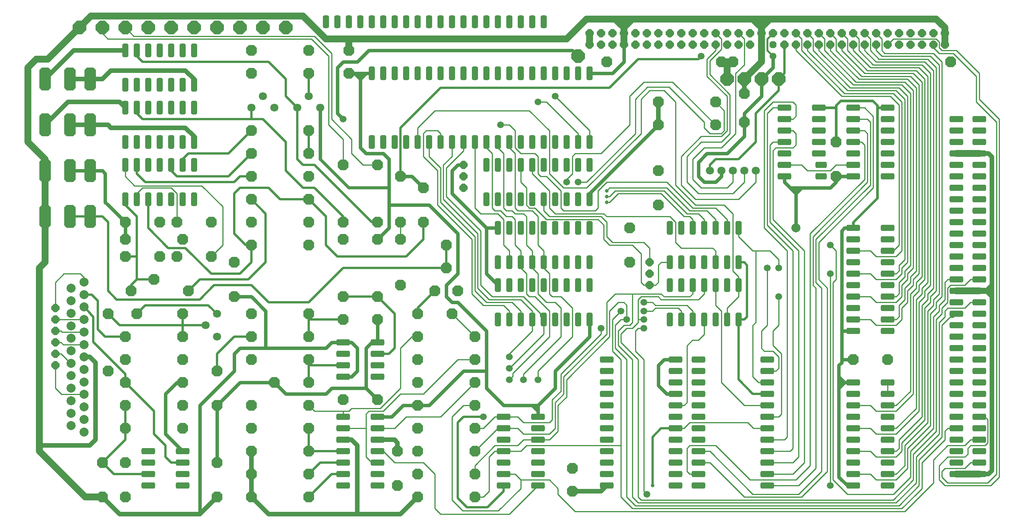
<source format=gbr>
G04 #@! TF.GenerationSoftware,KiCad,Pcbnew,8.0.2*
G04 #@! TF.CreationDate,2024-11-11T11:32:27+01:00*
G04 #@! TF.ProjectId,junior-interface,6a756e69-6f72-42d6-996e-746572666163,rev?*
G04 #@! TF.SameCoordinates,Original*
G04 #@! TF.FileFunction,Copper,L2,Bot*
G04 #@! TF.FilePolarity,Positive*
%FSLAX46Y46*%
G04 Gerber Fmt 4.6, Leading zero omitted, Abs format (unit mm)*
G04 Created by KiCad (PCBNEW 8.0.2) date 2024-11-11 11:32:27*
%MOMM*%
%LPD*%
G01*
G04 APERTURE LIST*
G04 Aperture macros list*
%AMRoundRect*
0 Rectangle with rounded corners*
0 $1 Rounding radius*
0 $2 $3 $4 $5 $6 $7 $8 $9 X,Y pos of 4 corners*
0 Add a 4 corners polygon primitive as box body*
4,1,4,$2,$3,$4,$5,$6,$7,$8,$9,$2,$3,0*
0 Add four circle primitives for the rounded corners*
1,1,$1+$1,$2,$3*
1,1,$1+$1,$4,$5*
1,1,$1+$1,$6,$7*
1,1,$1+$1,$8,$9*
0 Add four rect primitives between the rounded corners*
20,1,$1+$1,$2,$3,$4,$5,0*
20,1,$1+$1,$4,$5,$6,$7,0*
20,1,$1+$1,$6,$7,$8,$9,0*
20,1,$1+$1,$8,$9,$2,$3,0*%
%AMOutline5P*
0 Free polygon, 5 corners , with rotation*
0 The origin of the aperture is its center*
0 number of corners: always 5*
0 $1 to $10 corner X, Y*
0 $11 Rotation angle, in degrees counterclockwise*
0 create outline with 5 corners*
4,1,5,$1,$2,$3,$4,$5,$6,$7,$8,$9,$10,$1,$2,$11*%
%AMOutline6P*
0 Free polygon, 6 corners , with rotation*
0 The origin of the aperture is its center*
0 number of corners: always 6*
0 $1 to $12 corner X, Y*
0 $13 Rotation angle, in degrees counterclockwise*
0 create outline with 6 corners*
4,1,6,$1,$2,$3,$4,$5,$6,$7,$8,$9,$10,$11,$12,$1,$2,$13*%
%AMOutline7P*
0 Free polygon, 7 corners , with rotation*
0 The origin of the aperture is its center*
0 number of corners: always 7*
0 $1 to $14 corner X, Y*
0 $15 Rotation angle, in degrees counterclockwise*
0 create outline with 7 corners*
4,1,7,$1,$2,$3,$4,$5,$6,$7,$8,$9,$10,$11,$12,$13,$14,$1,$2,$15*%
%AMOutline8P*
0 Free polygon, 8 corners , with rotation*
0 The origin of the aperture is its center*
0 number of corners: always 8*
0 $1 to $16 corner X, Y*
0 $17 Rotation angle, in degrees counterclockwise*
0 create outline with 8 corners*
4,1,8,$1,$2,$3,$4,$5,$6,$7,$8,$9,$10,$11,$12,$13,$14,$15,$16,$1,$2,$17*%
%AMFreePoly0*
4,1,9,1.200000,0.500000,1.200000,-0.500000,0.500000,-1.200000,-0.500000,-1.200000,-1.200000,-0.500000,-1.200000,0.500000,-0.500000,1.200000,0.500000,1.200000,1.200000,0.500000,1.200000,0.500000,$1*%
%AMFreePoly1*
4,1,9,1.500000,0.600000,1.500000,-0.600000,0.600000,-1.500000,-0.600000,-1.500000,-1.500000,-0.600000,-1.500000,0.600000,-0.600000,1.500000,0.600000,1.500000,1.500000,0.600000,1.500000,0.600000,$1*%
%AMFreePoly2*
4,1,9,0.900000,0.350000,0.900000,-0.350000,0.350000,-0.900000,-0.350000,-0.900000,-0.900000,-0.350000,-0.900000,0.350000,-0.350000,0.900000,0.350000,0.900000,0.900000,0.350000,0.900000,0.350000,$1*%
%AMFreePoly3*
4,1,9,0.800000,0.350000,0.800000,-0.350000,0.350000,-0.800000,-0.350000,-0.800000,-0.800000,-0.350000,-0.800000,0.350000,-0.350000,0.800000,0.350000,0.800000,0.800000,0.350000,0.800000,0.350000,$1*%
G04 Aperture macros list end*
G04 #@! TA.AperFunction,ComponentPad*
%ADD10FreePoly0,0.000000*%
G04 #@! TD*
G04 #@! TA.AperFunction,ComponentPad*
%ADD11FreePoly1,0.000000*%
G04 #@! TD*
G04 #@! TA.AperFunction,ComponentPad*
%ADD12RoundRect,0.350000X0.350000X1.150000X-0.350000X1.150000X-0.350000X-1.150000X0.350000X-1.150000X0*%
G04 #@! TD*
G04 #@! TA.AperFunction,ComponentPad*
%ADD13RoundRect,0.350000X-1.150000X0.350000X-1.150000X-0.350000X1.150000X-0.350000X1.150000X0.350000X0*%
G04 #@! TD*
G04 #@! TA.AperFunction,ComponentPad*
%ADD14RoundRect,0.350000X0.900000X-0.350000X0.900000X0.350000X-0.900000X0.350000X-0.900000X-0.350000X0*%
G04 #@! TD*
G04 #@! TA.AperFunction,ComponentPad*
%ADD15RoundRect,0.350000X1.150000X-0.350000X1.150000X0.350000X-1.150000X0.350000X-1.150000X-0.350000X0*%
G04 #@! TD*
G04 #@! TA.AperFunction,ComponentPad*
%ADD16FreePoly0,180.000000*%
G04 #@! TD*
G04 #@! TA.AperFunction,ComponentPad*
%ADD17FreePoly0,270.000000*%
G04 #@! TD*
G04 #@! TA.AperFunction,ComponentPad*
%ADD18RoundRect,0.350000X0.350000X1.050000X-0.350000X1.050000X-0.350000X-1.050000X0.350000X-1.050000X0*%
G04 #@! TD*
G04 #@! TA.AperFunction,ComponentPad*
%ADD19C,1.800000*%
G04 #@! TD*
G04 #@! TA.AperFunction,ComponentPad*
%ADD20FreePoly0,90.000000*%
G04 #@! TD*
G04 #@! TA.AperFunction,ComponentPad*
%ADD21C,2.000000*%
G04 #@! TD*
G04 #@! TA.AperFunction,ComponentPad*
%ADD22FreePoly2,270.000000*%
G04 #@! TD*
G04 #@! TA.AperFunction,ComponentPad*
%ADD23FreePoly2,90.000000*%
G04 #@! TD*
G04 #@! TA.AperFunction,ComponentPad*
%ADD24Outline8P,-1.250000X2.000000X-0.750000X2.500000X0.750000X2.500000X1.250000X2.000000X1.250000X-2.000000X0.750000X-2.500000X-0.750000X-2.500000X-1.250000X-2.000000X0.000000*%
G04 #@! TD*
G04 #@! TA.AperFunction,ComponentPad*
%ADD25FreePoly3,270.000000*%
G04 #@! TD*
G04 #@! TA.AperFunction,ViaPad*
%ADD26C,1.500000*%
G04 #@! TD*
G04 #@! TA.AperFunction,ViaPad*
%ADD27C,2.000000*%
G04 #@! TD*
G04 #@! TA.AperFunction,ViaPad*
%ADD28C,1.800000*%
G04 #@! TD*
G04 #@! TA.AperFunction,ViaPad*
%ADD29C,0.800000*%
G04 #@! TD*
G04 #@! TA.AperFunction,Conductor*
%ADD30C,0.250000*%
G04 #@! TD*
G04 #@! TA.AperFunction,Conductor*
%ADD31C,0.750000*%
G04 #@! TD*
G04 #@! TA.AperFunction,Conductor*
%ADD32C,0.500000*%
G04 #@! TD*
G04 #@! TA.AperFunction,Conductor*
%ADD33C,1.000000*%
G04 #@! TD*
G04 #@! TA.AperFunction,Conductor*
%ADD34C,1.500000*%
G04 #@! TD*
G04 #@! TA.AperFunction,Conductor*
%ADD35C,0.700000*%
G04 #@! TD*
G04 #@! TA.AperFunction,Conductor*
%ADD36C,0.450000*%
G04 #@! TD*
G04 #@! TA.AperFunction,Conductor*
%ADD37C,0.600000*%
G04 #@! TD*
G04 APERTURE END LIST*
D10*
X193040000Y-49530000D03*
X167640000Y-49530000D03*
X243840000Y-49530000D03*
X195580000Y-49530000D03*
D11*
X66040000Y-41910000D03*
X55880000Y-41910000D03*
X50800000Y-41910000D03*
X60960000Y-41910000D03*
X71120000Y-41910000D03*
X76200000Y-41910000D03*
X81280000Y-41910000D03*
X96520000Y-41910000D03*
X86360000Y-41910000D03*
X198120000Y-53340000D03*
X161290000Y-48260000D03*
X205740000Y-53340000D03*
X201930000Y-53340000D03*
X194310000Y-53340000D03*
X91440000Y-41910000D03*
D12*
X163830000Y-86360000D03*
X161290000Y-86360000D03*
X158750000Y-86360000D03*
X156210000Y-86360000D03*
X153670000Y-86360000D03*
X151130000Y-86360000D03*
X148590000Y-86360000D03*
X146050000Y-86360000D03*
X143510000Y-86360000D03*
X143510000Y-93980000D03*
X146050000Y-93980000D03*
X148590000Y-93980000D03*
X151130000Y-93980000D03*
X153670000Y-93980000D03*
X156210000Y-93980000D03*
X158750000Y-93980000D03*
X161290000Y-93980000D03*
X163830000Y-93980000D03*
X163830000Y-99060000D03*
X161290000Y-99060000D03*
X158750000Y-99060000D03*
X156210000Y-99060000D03*
X153670000Y-99060000D03*
X151130000Y-99060000D03*
X148590000Y-99060000D03*
X146050000Y-99060000D03*
X143510000Y-99060000D03*
X143510000Y-106680000D03*
X146050000Y-106680000D03*
X148590000Y-106680000D03*
X151130000Y-106680000D03*
X153670000Y-106680000D03*
X156210000Y-106680000D03*
X158750000Y-106680000D03*
X161290000Y-106680000D03*
X163830000Y-106680000D03*
D13*
X187960000Y-115570000D03*
X187960000Y-118110000D03*
X187960000Y-120650000D03*
X187960000Y-123190000D03*
X187960000Y-125730000D03*
X187960000Y-128270000D03*
X187960000Y-130810000D03*
X187960000Y-133350000D03*
X187960000Y-135890000D03*
X187960000Y-138430000D03*
X187960000Y-140970000D03*
X187960000Y-143510000D03*
X203200000Y-143510000D03*
X203200000Y-140970000D03*
X203200000Y-138430000D03*
X203200000Y-135890000D03*
X203200000Y-133350000D03*
X203200000Y-130810000D03*
X203200000Y-128270000D03*
X203200000Y-125730000D03*
X203200000Y-123190000D03*
X203200000Y-120650000D03*
X203200000Y-118110000D03*
X203200000Y-115570000D03*
X109220000Y-111760000D03*
X109220000Y-114300000D03*
X109220000Y-116840000D03*
X109220000Y-119380000D03*
X116840000Y-119380000D03*
X116840000Y-116840000D03*
X116840000Y-114300000D03*
X116840000Y-111760000D03*
X66040000Y-135890000D03*
X66040000Y-138430000D03*
X66040000Y-140970000D03*
X66040000Y-143510000D03*
X73660000Y-143510000D03*
X73660000Y-140970000D03*
X73660000Y-138430000D03*
X73660000Y-135890000D03*
X222250000Y-86360000D03*
X222250000Y-88900000D03*
X222250000Y-91440000D03*
X222250000Y-93980000D03*
X222250000Y-96520000D03*
X222250000Y-99060000D03*
X222250000Y-101600000D03*
X222250000Y-104140000D03*
X222250000Y-106680000D03*
X222250000Y-109220000D03*
X229870000Y-109220000D03*
X229870000Y-106680000D03*
X229870000Y-104140000D03*
X229870000Y-101600000D03*
X229870000Y-99060000D03*
X229870000Y-96520000D03*
X229870000Y-93980000D03*
X229870000Y-91440000D03*
X229870000Y-88900000D03*
X229870000Y-86360000D03*
X222250000Y-120650000D03*
X222250000Y-123190000D03*
X222250000Y-125730000D03*
X222250000Y-128270000D03*
X222250000Y-130810000D03*
X222250000Y-133350000D03*
X222250000Y-135890000D03*
X222250000Y-138430000D03*
X222250000Y-140970000D03*
X222250000Y-143510000D03*
X229870000Y-143510000D03*
X229870000Y-140970000D03*
X229870000Y-138430000D03*
X229870000Y-135890000D03*
X229870000Y-133350000D03*
X229870000Y-130810000D03*
X229870000Y-128270000D03*
X229870000Y-125730000D03*
X229870000Y-123190000D03*
X229870000Y-120650000D03*
D14*
X215130000Y-74930000D03*
X215130000Y-72390000D03*
D15*
X214630000Y-69850000D03*
X214630000Y-67310000D03*
X214630000Y-64770000D03*
X214630000Y-62230000D03*
X214630000Y-59690000D03*
X207010000Y-59690000D03*
X207010000Y-62230000D03*
X207010000Y-64770000D03*
X207010000Y-67310000D03*
X207010000Y-69850000D03*
X207010000Y-72390000D03*
X207010000Y-74930000D03*
D12*
X196850000Y-86360000D03*
X194310000Y-86360000D03*
X191770000Y-86360000D03*
X189230000Y-86360000D03*
X186690000Y-86360000D03*
X184150000Y-86360000D03*
X181610000Y-86360000D03*
X181610000Y-93980000D03*
X184150000Y-93980000D03*
X186690000Y-93980000D03*
X189230000Y-93980000D03*
X191770000Y-93980000D03*
X194310000Y-93980000D03*
X196850000Y-93980000D03*
D13*
X144780000Y-128270000D03*
X144780000Y-130810000D03*
X144780000Y-133350000D03*
X144780000Y-135890000D03*
X144780000Y-138430000D03*
X144780000Y-140970000D03*
X144780000Y-143510000D03*
X152400000Y-143510000D03*
X152400000Y-140970000D03*
X152400000Y-138430000D03*
X152400000Y-135890000D03*
X152400000Y-133350000D03*
X152400000Y-130810000D03*
X152400000Y-128270000D03*
D12*
X196850000Y-99060000D03*
X194310000Y-99060000D03*
X191770000Y-99060000D03*
X189230000Y-99060000D03*
X186690000Y-99060000D03*
X184150000Y-99060000D03*
X181610000Y-99060000D03*
X181610000Y-106680000D03*
X184150000Y-106680000D03*
X186690000Y-106680000D03*
X189230000Y-106680000D03*
X191770000Y-106680000D03*
X194310000Y-106680000D03*
X196850000Y-106680000D03*
X163830000Y-72390000D03*
X161290000Y-72390000D03*
X158750000Y-72390000D03*
X156210000Y-72390000D03*
X153670000Y-72390000D03*
X151130000Y-72390000D03*
X148590000Y-72390000D03*
X146050000Y-72390000D03*
X143510000Y-72390000D03*
X140970000Y-72390000D03*
X140970000Y-80010000D03*
X143510000Y-80010000D03*
X146050000Y-80010000D03*
X148590000Y-80010000D03*
X151130000Y-80010000D03*
X153670000Y-80010000D03*
X156210000Y-80010000D03*
X158750000Y-80010000D03*
X161290000Y-80010000D03*
X163830000Y-80010000D03*
D15*
X229870000Y-74930000D03*
X229870000Y-72390000D03*
X229870000Y-69850000D03*
X229870000Y-67310000D03*
X229870000Y-64770000D03*
X229870000Y-62230000D03*
X229870000Y-59690000D03*
X222250000Y-59690000D03*
X222250000Y-62230000D03*
X222250000Y-64770000D03*
X222250000Y-67310000D03*
X222250000Y-69850000D03*
X222250000Y-72390000D03*
X222250000Y-74930000D03*
D12*
X76200000Y-72390000D03*
X73660000Y-72390000D03*
X71120000Y-72390000D03*
X68580000Y-72390000D03*
X66040000Y-72390000D03*
X63500000Y-72390000D03*
X60960000Y-72390000D03*
X60960000Y-80010000D03*
X63500000Y-80010000D03*
X66040000Y-80010000D03*
X68580000Y-80010000D03*
X71120000Y-80010000D03*
X73660000Y-80010000D03*
X76200000Y-80010000D03*
D13*
X167640000Y-115570000D03*
X167640000Y-118110000D03*
X167640000Y-120650000D03*
X167640000Y-123190000D03*
X167640000Y-125730000D03*
X167640000Y-128270000D03*
X167640000Y-130810000D03*
X167640000Y-133350000D03*
X167640000Y-135890000D03*
X167640000Y-138430000D03*
X167640000Y-140970000D03*
X167640000Y-143510000D03*
X182880000Y-143510000D03*
X182880000Y-140970000D03*
X182880000Y-138430000D03*
X182880000Y-135890000D03*
X182880000Y-133350000D03*
X182880000Y-130810000D03*
X182880000Y-128270000D03*
X182880000Y-125730000D03*
X182880000Y-123190000D03*
X182880000Y-120650000D03*
X182880000Y-118110000D03*
X182880000Y-115570000D03*
D10*
X125730000Y-146050000D03*
X138430000Y-146050000D03*
D16*
X138430000Y-140970000D03*
X125730000Y-140970000D03*
D10*
X125730000Y-135890000D03*
X138430000Y-135890000D03*
D16*
X138430000Y-130810000D03*
X125730000Y-130810000D03*
D10*
X125730000Y-125730000D03*
X138430000Y-125730000D03*
D17*
X121285000Y-135890000D03*
X121285000Y-143510000D03*
D16*
X191770000Y-58420000D03*
X179070000Y-58420000D03*
X191770000Y-63500000D03*
X179070000Y-63500000D03*
X138430000Y-120650000D03*
X125730000Y-120650000D03*
D18*
X153670000Y-40640000D03*
X151130000Y-40640000D03*
X148590000Y-40640000D03*
X146050000Y-40640000D03*
X143510000Y-40640000D03*
X140970000Y-40640000D03*
X138430000Y-40640000D03*
X135890000Y-40640000D03*
X133350000Y-40640000D03*
X130810000Y-40640000D03*
X128270000Y-40640000D03*
X125730000Y-40640000D03*
X123190000Y-40640000D03*
X120650000Y-40640000D03*
X118110000Y-40640000D03*
X115570000Y-40640000D03*
X113030000Y-40640000D03*
X110490000Y-40640000D03*
X107950000Y-40640000D03*
X105410000Y-40640000D03*
D10*
X73660000Y-105410000D03*
X63500000Y-105410000D03*
X60960000Y-110490000D03*
X73660000Y-110490000D03*
D17*
X57150000Y-105410000D03*
X57150000Y-118110000D03*
D10*
X60960000Y-115570000D03*
X73660000Y-115570000D03*
D19*
X81280000Y-110490000D03*
X78740000Y-107950000D03*
X81280000Y-105410000D03*
D13*
X109220000Y-128270000D03*
X109220000Y-130810000D03*
X109220000Y-133350000D03*
X109220000Y-135890000D03*
X109220000Y-138430000D03*
X109220000Y-140970000D03*
X109220000Y-143510000D03*
X116840000Y-143510000D03*
X116840000Y-140970000D03*
X116840000Y-138430000D03*
X116840000Y-135890000D03*
X116840000Y-133350000D03*
X116840000Y-130810000D03*
X116840000Y-128270000D03*
D12*
X163830000Y-52070000D03*
X161290000Y-52070000D03*
X158750000Y-52070000D03*
X156210000Y-52070000D03*
X153670000Y-52070000D03*
X151130000Y-52070000D03*
X148590000Y-52070000D03*
X146050000Y-52070000D03*
X143510000Y-52070000D03*
X140970000Y-52070000D03*
X138430000Y-52070000D03*
X135890000Y-52070000D03*
X133350000Y-52070000D03*
X130810000Y-52070000D03*
X128270000Y-52070000D03*
X125730000Y-52070000D03*
X123190000Y-52070000D03*
X120650000Y-52070000D03*
X118110000Y-52070000D03*
X115570000Y-52070000D03*
X115570000Y-67310000D03*
X118110000Y-67310000D03*
X120650000Y-67310000D03*
X123190000Y-67310000D03*
X125730000Y-67310000D03*
X128270000Y-67310000D03*
X130810000Y-67310000D03*
X133350000Y-67310000D03*
X135890000Y-67310000D03*
X138430000Y-67310000D03*
X140970000Y-67310000D03*
X143510000Y-67310000D03*
X146050000Y-67310000D03*
X148590000Y-67310000D03*
X151130000Y-67310000D03*
X153670000Y-67310000D03*
X156210000Y-67310000D03*
X158750000Y-67310000D03*
X161290000Y-67310000D03*
X163830000Y-67310000D03*
D17*
X81280000Y-138430000D03*
X81280000Y-146050000D03*
D20*
X60960000Y-146050000D03*
X60960000Y-138430000D03*
D16*
X101600000Y-146050000D03*
X88900000Y-146050000D03*
X101600000Y-135890000D03*
X88900000Y-135890000D03*
D10*
X88900000Y-130810000D03*
X101600000Y-130810000D03*
X60960000Y-130810000D03*
X73660000Y-130810000D03*
D16*
X73660000Y-125730000D03*
X60960000Y-125730000D03*
X73660000Y-120650000D03*
X60960000Y-120650000D03*
X101600000Y-140970000D03*
X88900000Y-140970000D03*
D20*
X110490000Y-52070000D03*
X110490000Y-46990000D03*
D16*
X101600000Y-46990000D03*
X88900000Y-46990000D03*
X101600000Y-52070000D03*
X88900000Y-52070000D03*
D20*
X109220000Y-85090000D03*
X109220000Y-72390000D03*
X116840000Y-85090000D03*
X116840000Y-72390000D03*
D12*
X76200000Y-46990000D03*
X73660000Y-46990000D03*
X71120000Y-46990000D03*
X68580000Y-46990000D03*
X66040000Y-46990000D03*
X63500000Y-46990000D03*
X60960000Y-46990000D03*
X60960000Y-54610000D03*
X63500000Y-54610000D03*
X66040000Y-54610000D03*
X68580000Y-54610000D03*
X71120000Y-54610000D03*
X73660000Y-54610000D03*
X76200000Y-54610000D03*
X76200000Y-59690000D03*
X73660000Y-59690000D03*
X71120000Y-59690000D03*
X68580000Y-59690000D03*
X66040000Y-59690000D03*
X63500000Y-59690000D03*
X60960000Y-59690000D03*
X60960000Y-67310000D03*
X63500000Y-67310000D03*
X66040000Y-67310000D03*
X68580000Y-67310000D03*
X71120000Y-67310000D03*
X73660000Y-67310000D03*
X76200000Y-67310000D03*
D19*
X88900000Y-59690000D03*
X91440000Y-57150000D03*
X93980000Y-59690000D03*
X99060000Y-59690000D03*
X101600000Y-57150000D03*
X104140000Y-59690000D03*
D16*
X133350000Y-105410000D03*
X125730000Y-105410000D03*
D10*
X134620000Y-100330000D03*
X132080000Y-90170000D03*
X132080000Y-95250000D03*
X129540000Y-100330000D03*
D16*
X138430000Y-115570000D03*
X125730000Y-115570000D03*
X101600000Y-125730000D03*
X88900000Y-125730000D03*
X138430000Y-110490000D03*
X125730000Y-110490000D03*
X68580000Y-92710000D03*
X60960000Y-92710000D03*
D10*
X109220000Y-106680000D03*
X116840000Y-106680000D03*
D17*
X81280000Y-118110000D03*
X81280000Y-125730000D03*
D16*
X101600000Y-120650000D03*
X93980000Y-120650000D03*
D17*
X127000000Y-77470000D03*
X127000000Y-85090000D03*
D16*
X80010000Y-92710000D03*
X72390000Y-92710000D03*
D17*
X121920000Y-99060000D03*
X121920000Y-88900000D03*
X121920000Y-85090000D03*
X121920000Y-74930000D03*
D16*
X74930000Y-100330000D03*
X67310000Y-97790000D03*
X62230000Y-100330000D03*
X101600000Y-80010000D03*
X88900000Y-80010000D03*
D10*
X88900000Y-105410000D03*
X101600000Y-105410000D03*
D16*
X101600000Y-110490000D03*
X88900000Y-110490000D03*
D10*
X88900000Y-115570000D03*
X101600000Y-115570000D03*
X88900000Y-74930000D03*
X101600000Y-74930000D03*
D17*
X109220000Y-88900000D03*
X109220000Y-101600000D03*
X116840000Y-88900000D03*
X116840000Y-101600000D03*
D16*
X68580000Y-85090000D03*
X60960000Y-85090000D03*
D17*
X85090000Y-93980000D03*
X85090000Y-101600000D03*
D10*
X72390000Y-85090000D03*
X80010000Y-85090000D03*
X88900000Y-90170000D03*
X101600000Y-90170000D03*
D16*
X101600000Y-64770000D03*
X88900000Y-64770000D03*
D10*
X88900000Y-69850000D03*
X101600000Y-69850000D03*
D16*
X101600000Y-85090000D03*
X88900000Y-85090000D03*
D10*
X60960000Y-88900000D03*
X73660000Y-88900000D03*
D16*
X229870000Y-115570000D03*
X222250000Y-115570000D03*
D20*
X218440000Y-74930000D03*
X218440000Y-67310000D03*
D17*
X172720000Y-86360000D03*
X172720000Y-93980000D03*
X160020000Y-139700000D03*
X160020000Y-144780000D03*
D21*
X51816000Y-98375000D03*
X51816000Y-101145000D03*
X51816000Y-103915000D03*
X51816000Y-106685000D03*
X51816000Y-109455000D03*
X51816000Y-112225000D03*
X51816000Y-114995000D03*
X51816000Y-117765000D03*
X51816000Y-120535000D03*
X51816000Y-123305000D03*
X51816000Y-126075000D03*
X51816000Y-128845000D03*
X51816000Y-131615000D03*
X48976000Y-99760000D03*
X48976000Y-102530000D03*
X48976000Y-105300000D03*
X48976000Y-108070000D03*
X48976000Y-110840000D03*
X48976000Y-113610000D03*
X48976000Y-116380000D03*
X48976000Y-119150000D03*
X48976000Y-121920000D03*
X48976000Y-124690000D03*
X48976000Y-127460000D03*
X48976000Y-130230000D03*
D16*
X116840000Y-124460000D03*
X109220000Y-124460000D03*
D20*
X179070000Y-81280000D03*
X179070000Y-73660000D03*
X198120000Y-62865000D03*
X198120000Y-56515000D03*
D22*
X45466000Y-104145000D03*
X45466000Y-106685000D03*
X45466000Y-109225000D03*
X45466000Y-111765000D03*
X45466000Y-114305000D03*
X45466000Y-116845000D03*
D23*
X135890000Y-77470000D03*
X135890000Y-74930000D03*
X135890000Y-72390000D03*
X177165000Y-99060000D03*
X177165000Y-96520000D03*
X177165000Y-93980000D03*
D17*
X55880000Y-138430000D03*
X55880000Y-146050000D03*
D24*
X43180000Y-63500000D03*
X48680000Y-63500000D03*
X53180000Y-63500000D03*
X43180000Y-73660000D03*
X48680000Y-73660000D03*
X53180000Y-73660000D03*
X43180000Y-83820000D03*
X48680000Y-83820000D03*
X53180000Y-83820000D03*
X43180000Y-53340000D03*
X48680000Y-53340000D03*
X53180000Y-53340000D03*
D15*
X250190000Y-62230000D03*
X250190000Y-64770000D03*
X250190000Y-67310000D03*
X250190000Y-69850000D03*
X250190000Y-72390000D03*
X250190000Y-74930000D03*
X250190000Y-77470000D03*
X250190000Y-80010000D03*
X250190000Y-82550000D03*
X250190000Y-85090000D03*
X250190000Y-87630000D03*
X250190000Y-90170000D03*
X250190000Y-92710000D03*
X250190000Y-95250000D03*
X250190000Y-97790000D03*
X250190000Y-100330000D03*
X250190000Y-102870000D03*
X250190000Y-105410000D03*
X250190000Y-107950000D03*
X250190000Y-110490000D03*
X250190000Y-113030000D03*
X250190000Y-115570000D03*
X250190000Y-118110000D03*
X250190000Y-120650000D03*
X250190000Y-123190000D03*
X250190000Y-125730000D03*
X250190000Y-128270000D03*
X250190000Y-130810000D03*
X250190000Y-133350000D03*
X250190000Y-135890000D03*
X250190000Y-138430000D03*
X250190000Y-140970000D03*
X245110000Y-62230000D03*
X245110000Y-64770000D03*
X245110000Y-67310000D03*
X245110000Y-69850000D03*
X245110000Y-72390000D03*
X245110000Y-74930000D03*
X245110000Y-77470000D03*
X245110000Y-80010000D03*
X245110000Y-82550000D03*
X245110000Y-85090000D03*
X245110000Y-87630000D03*
X245110000Y-90170000D03*
X245110000Y-92710000D03*
X245110000Y-95250000D03*
X245110000Y-97790000D03*
X245110000Y-100330000D03*
X245110000Y-102870000D03*
X245110000Y-105410000D03*
X245110000Y-107950000D03*
X245110000Y-110490000D03*
X245110000Y-113030000D03*
X245110000Y-115570000D03*
X245110000Y-118110000D03*
X245110000Y-120650000D03*
X245110000Y-123190000D03*
X245110000Y-125730000D03*
X245110000Y-128270000D03*
X245110000Y-130810000D03*
X245110000Y-133350000D03*
X245110000Y-135890000D03*
X245110000Y-138430000D03*
X245110000Y-140970000D03*
D22*
X163830000Y-43180000D03*
X166370000Y-43180000D03*
X168910000Y-43180000D03*
X171450000Y-43180000D03*
X173990000Y-43180000D03*
X176530000Y-43180000D03*
X179070000Y-43180000D03*
X181610000Y-43180000D03*
X184150000Y-43180000D03*
X186690000Y-43180000D03*
X189230000Y-43180000D03*
X191770000Y-43180000D03*
X194310000Y-43180000D03*
X196850000Y-43180000D03*
X199390000Y-43180000D03*
X201930000Y-43180000D03*
X204470000Y-43180000D03*
X207010000Y-43180000D03*
X209550000Y-43180000D03*
X212090000Y-43180000D03*
X214630000Y-43180000D03*
X217170000Y-43180000D03*
X219710000Y-43180000D03*
X222250000Y-43180000D03*
X224790000Y-43180000D03*
X227330000Y-43180000D03*
X229870000Y-43180000D03*
X232410000Y-43180000D03*
X234950000Y-43180000D03*
X237490000Y-43180000D03*
X240030000Y-43180000D03*
X242570000Y-43180000D03*
X163830000Y-45720000D03*
X166370000Y-45720000D03*
X168910000Y-45720000D03*
X171450000Y-45720000D03*
X173990000Y-45720000D03*
X176530000Y-45720000D03*
X179070000Y-45720000D03*
X181610000Y-45720000D03*
X184150000Y-45720000D03*
X186690000Y-45720000D03*
X189230000Y-45720000D03*
X191770000Y-45720000D03*
X194310000Y-45720000D03*
X196850000Y-45720000D03*
X199390000Y-45720000D03*
D25*
X201930000Y-45720000D03*
X204470000Y-45720000D03*
D22*
X207010000Y-45720000D03*
X209550000Y-45720000D03*
X212090000Y-45720000D03*
X214630000Y-45720000D03*
X217170000Y-45720000D03*
X219710000Y-45720000D03*
X222250000Y-45720000D03*
X224790000Y-45720000D03*
X227330000Y-45720000D03*
X229870000Y-45720000D03*
X232410000Y-45720000D03*
X234950000Y-45720000D03*
X237490000Y-45720000D03*
X240030000Y-45720000D03*
X242570000Y-45720000D03*
D26*
X152400000Y-58420000D03*
X156210000Y-57150000D03*
D27*
X209550000Y-86360000D03*
D26*
X166370000Y-108585000D03*
X175895000Y-106680000D03*
D28*
X198120000Y-73660000D03*
D26*
X144145000Y-63500000D03*
X217170000Y-90170000D03*
D28*
X195580000Y-73660000D03*
X200660000Y-73660000D03*
D26*
X175895000Y-104775000D03*
X172085000Y-106680000D03*
D28*
X190500000Y-73660000D03*
D26*
X188595000Y-48260000D03*
X204470000Y-48260000D03*
D28*
X193040000Y-73660000D03*
D26*
X175895000Y-102870000D03*
X170815000Y-104775000D03*
X217170000Y-96520000D03*
X217170000Y-143510000D03*
X176530000Y-145415000D03*
X175895000Y-108585000D03*
D29*
X177800000Y-143510000D03*
D26*
X140335000Y-128270000D03*
X203200000Y-95250000D03*
X205740000Y-95250000D03*
X152400000Y-120015000D03*
X149225000Y-120015000D03*
X146050000Y-120015000D03*
X146050000Y-114935000D03*
X146050000Y-117475000D03*
X205740000Y-101600000D03*
D29*
X167640000Y-80645000D03*
X167640000Y-79375000D03*
X167640000Y-78105000D03*
D26*
X161290000Y-76200000D03*
X158750000Y-76200000D03*
X109220000Y-62230000D03*
D30*
X195580000Y-78740000D02*
X198120000Y-76200000D01*
X198120000Y-76200000D02*
X198120000Y-73660000D01*
X187960000Y-78740000D02*
X195580000Y-78740000D01*
X185420000Y-76200000D02*
X187960000Y-78740000D01*
X185420000Y-70485000D02*
X185420000Y-76200000D01*
X188595000Y-67310000D02*
X185420000Y-70485000D01*
X193040000Y-67310000D02*
X188595000Y-67310000D01*
X194945000Y-65405000D02*
X193040000Y-67310000D01*
X190500000Y-49276000D02*
X190500000Y-52324000D01*
X194945000Y-56769000D02*
X194945000Y-65405000D01*
X190500000Y-52324000D02*
X194945000Y-56769000D01*
X193040000Y-44450000D02*
X193040000Y-46736000D01*
X191770000Y-43180000D02*
X193040000Y-44450000D01*
X193040000Y-46736000D02*
X190500000Y-49276000D01*
D31*
X55880000Y-73660000D02*
X48680000Y-73660000D01*
X56515000Y-74295000D02*
X55880000Y-73660000D01*
X57150000Y-81280000D02*
X56515000Y-80645000D01*
X60960000Y-88900000D02*
X60960000Y-85090000D01*
X56515000Y-80645000D02*
X56515000Y-74295000D01*
X60960000Y-85090000D02*
X57150000Y-81280000D01*
D32*
X73660000Y-71120000D02*
X74930000Y-69850000D01*
X74930000Y-69850000D02*
X83820000Y-69850000D01*
X83820000Y-69850000D02*
X88900000Y-64770000D01*
D30*
X73660000Y-72390000D02*
X73660000Y-71120000D01*
X72390000Y-78740000D02*
X72390000Y-85090000D01*
X63500000Y-78740000D02*
X64770000Y-77470000D01*
X63500000Y-80010000D02*
X63500000Y-78740000D01*
X71120000Y-77470000D02*
X72390000Y-78740000D01*
X64770000Y-77470000D02*
X71120000Y-77470000D01*
D32*
X63500000Y-92710000D02*
X63500000Y-97790000D01*
X63500000Y-83820000D02*
X63500000Y-92710000D01*
X60960000Y-81280000D02*
X63500000Y-83820000D01*
X60960000Y-80010000D02*
X60960000Y-81280000D01*
X63500000Y-97790000D02*
X67310000Y-97790000D01*
X62230000Y-99060000D02*
X62230000Y-100330000D01*
X63500000Y-92710000D02*
X60960000Y-92710000D01*
X63500000Y-97790000D02*
X62230000Y-99060000D01*
D30*
X77920009Y-77019991D02*
X82550000Y-81649982D01*
X82550000Y-81649982D02*
X82550000Y-90170000D01*
X82550000Y-90170000D02*
X80010000Y-92710000D01*
X60960000Y-72390000D02*
X60960000Y-74930000D01*
X60960000Y-74930000D02*
X63049991Y-77019991D01*
X63049991Y-77019991D02*
X77920009Y-77019991D01*
D32*
X101600000Y-115570000D02*
X101600000Y-120650000D01*
X109220000Y-116840000D02*
X101600000Y-116840000D01*
X69850000Y-137160000D02*
X71120000Y-138430000D01*
X60960000Y-118745000D02*
X53910000Y-111695000D01*
X71120000Y-138430000D02*
X73660000Y-138430000D01*
X53316000Y-105456000D02*
X53316000Y-105415000D01*
X53316000Y-105415000D02*
X51816000Y-103915000D01*
X53910000Y-106050000D02*
X53316000Y-105456000D01*
X69850000Y-134620000D02*
X67310000Y-132080000D01*
X69850000Y-134620000D02*
X69850000Y-137160000D01*
X53910000Y-111695000D02*
X53910000Y-106050000D01*
X60960000Y-120650000D02*
X60960000Y-118745000D01*
X67310000Y-132080000D02*
X67310000Y-127000000D01*
X67310000Y-127000000D02*
X60960000Y-120650000D01*
X88900000Y-93980000D02*
X88900000Y-90170000D01*
X123190000Y-92710000D02*
X127000000Y-88900000D01*
X86360000Y-96520000D02*
X88900000Y-93980000D01*
X105410000Y-90170000D02*
X107950000Y-92710000D01*
X107950000Y-92710000D02*
X123190000Y-92710000D01*
X87630000Y-90170000D02*
X88900000Y-90170000D01*
X70485000Y-90805000D02*
X74295000Y-90805000D01*
X105410000Y-83820000D02*
X105410000Y-90170000D01*
X66040000Y-86360000D02*
X70485000Y-90805000D01*
X95250000Y-80010000D02*
X92710000Y-77470000D01*
X85090000Y-78740000D02*
X85090000Y-87630000D01*
X127000000Y-88900000D02*
X127000000Y-85090000D01*
X80010000Y-96520000D02*
X86360000Y-96520000D01*
X101600000Y-80010000D02*
X95250000Y-80010000D01*
X85090000Y-87630000D02*
X87630000Y-90170000D01*
X74295000Y-90805000D02*
X80010000Y-96520000D01*
X92710000Y-77470000D02*
X86360000Y-77470000D01*
X101600000Y-80010000D02*
X105410000Y-83820000D01*
X86360000Y-77470000D02*
X85090000Y-78740000D01*
X66040000Y-80010000D02*
X66040000Y-86360000D01*
X55880000Y-138430000D02*
X58420000Y-140970000D01*
X60960000Y-133350000D02*
X55880000Y-138430000D01*
X60960000Y-130810000D02*
X60960000Y-133350000D01*
X58420000Y-140970000D02*
X66040000Y-140970000D01*
X60960000Y-125730000D02*
X60960000Y-130810000D01*
X59690000Y-107950000D02*
X73660000Y-107950000D01*
X57150000Y-105410000D02*
X59690000Y-107950000D01*
X78740000Y-107950000D02*
X73660000Y-107950000D01*
X73660000Y-110490000D02*
X73660000Y-105410000D01*
D30*
X121920000Y-85090000D02*
X121920000Y-88900000D01*
X161290000Y-65405000D02*
X154305000Y-58420000D01*
X161290000Y-67310000D02*
X161290000Y-65405000D01*
X154305000Y-58420000D02*
X152400000Y-58420000D01*
X163830000Y-67310000D02*
X163830000Y-64770000D01*
X163830000Y-64770000D02*
X156210000Y-57150000D01*
X185420000Y-125095000D02*
X185420000Y-113665000D01*
X189230000Y-109980000D02*
X187960000Y-111250000D01*
X185420000Y-113665000D02*
X185420000Y-112500000D01*
X189230000Y-106680000D02*
X189230000Y-109980000D01*
X186670000Y-111250000D02*
X185420000Y-112500000D01*
X182880000Y-125730000D02*
X184785000Y-125730000D01*
X184785000Y-125730000D02*
X185420000Y-125095000D01*
X187960000Y-111250000D02*
X186670000Y-111250000D01*
X193040000Y-109220000D02*
X193040000Y-104775000D01*
X193040000Y-104775000D02*
X191770000Y-103505000D01*
X191770000Y-103505000D02*
X191770000Y-99060000D01*
X193040000Y-120650000D02*
X193040000Y-109220000D01*
X198120000Y-125730000D02*
X193040000Y-120650000D01*
X203200000Y-125730000D02*
X198120000Y-125730000D01*
D31*
X152400000Y-125730000D02*
X156210000Y-121920000D01*
X113030000Y-68580000D02*
X114300000Y-69850000D01*
D30*
X229870000Y-123190000D02*
X229870000Y-120650000D01*
D31*
X182880000Y-115570000D02*
X180340000Y-115570000D01*
X134620000Y-102870000D02*
X140970000Y-109220000D01*
X152400000Y-125730000D02*
X152400000Y-127000000D01*
D32*
X198755000Y-94615000D02*
X198120000Y-93980000D01*
D31*
X179070000Y-121285000D02*
X180975000Y-123190000D01*
X134620000Y-95250000D02*
X134620000Y-96520000D01*
X144780000Y-125730000D02*
X151130000Y-125730000D01*
X116840000Y-88900000D02*
X119380000Y-86360000D01*
X104140000Y-60764802D02*
X104140000Y-59690000D01*
X113030000Y-53340000D02*
X113030000Y-68580000D01*
X132080000Y-99060000D02*
X132080000Y-101600000D01*
D33*
X112395000Y-149860000D02*
X121920000Y-149860000D01*
D31*
X151130000Y-125730000D02*
X152400000Y-125730000D01*
D33*
X88900000Y-146050000D02*
X92710000Y-149860000D01*
X120650000Y-133350000D02*
X121285000Y-133985000D01*
D31*
X218440000Y-74930000D02*
X218440000Y-76200000D01*
X134620000Y-87630000D02*
X134620000Y-95250000D01*
X156210000Y-121920000D02*
X156210000Y-118110000D01*
D33*
X116840000Y-133350000D02*
X120650000Y-133350000D01*
D31*
X104140000Y-71120000D02*
X104140000Y-60764802D01*
X217170000Y-77470000D02*
X210820000Y-77470000D01*
D33*
X88900000Y-140970000D02*
X88900000Y-146050000D01*
D31*
X208280000Y-77470000D02*
X207010000Y-76200000D01*
D32*
X196850000Y-106680000D02*
X198120000Y-106680000D01*
D31*
X120015000Y-128270000D02*
X122555000Y-125730000D01*
D30*
X200025000Y-123175000D02*
X200025000Y-123190000D01*
D31*
X180975000Y-123190000D02*
X182880000Y-123190000D01*
D32*
X198120000Y-93980000D02*
X196850000Y-93980000D01*
D31*
X209550000Y-77470000D02*
X208280000Y-77470000D01*
X128270000Y-81280000D02*
X134620000Y-87630000D01*
X128270000Y-125730000D02*
X135890000Y-118110000D01*
D33*
X121920000Y-149860000D02*
X125730000Y-146050000D01*
D31*
X152400000Y-127000000D02*
X151130000Y-125730000D01*
D30*
X194310000Y-49530000D02*
X193040000Y-49530000D01*
D31*
X222250000Y-74930000D02*
X218440000Y-74930000D01*
D34*
X194310000Y-53340000D02*
X194310000Y-49530000D01*
D31*
X119380000Y-81280000D02*
X128270000Y-81280000D01*
X134620000Y-96520000D02*
X132080000Y-99060000D01*
D32*
X198755000Y-94615000D02*
X198755000Y-106045000D01*
D35*
X110490000Y-77470000D02*
X104140000Y-71120000D01*
D31*
X115570000Y-52070000D02*
X114300000Y-52070000D01*
X113030000Y-52070000D02*
X113030000Y-53340000D01*
X163830000Y-110490000D02*
X163830000Y-106680000D01*
X119380000Y-86360000D02*
X119380000Y-81280000D01*
X208280000Y-77470000D02*
X209550000Y-78740000D01*
X113030000Y-52070000D02*
X111760000Y-52070000D01*
X111760000Y-52070000D02*
X110490000Y-52070000D01*
X179070000Y-63500000D02*
X163830000Y-78740000D01*
X210820000Y-77470000D02*
X209550000Y-77470000D01*
D32*
X200025000Y-123190000D02*
X203200000Y-123190000D01*
D31*
X209550000Y-86360000D02*
X209550000Y-78740000D01*
X140970000Y-118110000D02*
X140970000Y-121920000D01*
D33*
X109220000Y-133350000D02*
X111125000Y-133350000D01*
D32*
X196850000Y-120000000D02*
X200025000Y-123175000D01*
D31*
X125730000Y-125730000D02*
X128270000Y-125730000D01*
D33*
X111125000Y-133350000D02*
X112395000Y-134620000D01*
D31*
X156210000Y-118110000D02*
X163830000Y-110490000D01*
X179070000Y-116840000D02*
X179070000Y-121285000D01*
X122555000Y-125730000D02*
X125730000Y-125730000D01*
X140970000Y-118110000D02*
X135890000Y-118110000D01*
D33*
X111760000Y-149860000D02*
X112395000Y-149860000D01*
D34*
X163830000Y-43180000D02*
X163830000Y-45720000D01*
D31*
X116840000Y-128270000D02*
X120015000Y-128270000D01*
X209550000Y-78740000D02*
X209550000Y-77470000D01*
X133350000Y-102870000D02*
X132080000Y-101600000D01*
X118110000Y-69850000D02*
X119380000Y-71120000D01*
X119380000Y-71120000D02*
X119380000Y-77470000D01*
X180340000Y-115570000D02*
X179070000Y-116840000D01*
X207010000Y-76200000D02*
X207010000Y-74930000D01*
D32*
X198120000Y-106680000D02*
X198755000Y-106045000D01*
D31*
X114300000Y-69850000D02*
X118110000Y-69850000D01*
X113030000Y-53340000D02*
X114300000Y-52070000D01*
D33*
X92710000Y-149860000D02*
X111760000Y-149860000D01*
X121285000Y-133985000D02*
X121285000Y-135890000D01*
D31*
X140970000Y-109220000D02*
X140970000Y-118110000D01*
D33*
X112395000Y-134620000D02*
X112395000Y-149860000D01*
D31*
X113030000Y-53340000D02*
X111760000Y-52070000D01*
X133350000Y-102870000D02*
X134620000Y-102870000D01*
X218440000Y-76200000D02*
X217170000Y-77470000D01*
D33*
X88900000Y-135890000D02*
X88900000Y-140970000D01*
D35*
X119380000Y-77470000D02*
X110490000Y-77470000D01*
D31*
X140970000Y-121920000D02*
X144780000Y-125730000D01*
D30*
X163830000Y-78740000D02*
X163830000Y-80010000D01*
D32*
X196850000Y-106680000D02*
X196850000Y-109855000D01*
D31*
X152400000Y-127000000D02*
X152400000Y-128270000D01*
D32*
X196850000Y-109855000D02*
X196850000Y-120000000D01*
D31*
X114300000Y-52070000D02*
X113030000Y-52070000D01*
X209550000Y-78740000D02*
X210820000Y-77470000D01*
D33*
X179070000Y-58420000D02*
X179070000Y-63500000D01*
D34*
X193040000Y-49530000D02*
X195580000Y-49530000D01*
D31*
X119380000Y-81280000D02*
X119380000Y-77470000D01*
D32*
X65405000Y-76200000D02*
X63500000Y-74295000D01*
X88900000Y-74930000D02*
X86360000Y-74930000D01*
X63500000Y-74295000D02*
X63500000Y-72390000D01*
X85090000Y-76200000D02*
X65405000Y-76200000D01*
X86360000Y-74930000D02*
X85090000Y-76200000D01*
X72390000Y-74930000D02*
X83820000Y-74930000D01*
X71120000Y-73660000D02*
X72390000Y-74930000D01*
X83820000Y-74930000D02*
X88900000Y-69850000D01*
X71120000Y-72390000D02*
X71120000Y-73660000D01*
D30*
X175260000Y-146685000D02*
X231140000Y-146685000D01*
X189230000Y-100965000D02*
X187960000Y-102235000D01*
X235585000Y-142240000D02*
X235585000Y-136525000D01*
X155575000Y-128905000D02*
X155575000Y-124460000D01*
X247015000Y-99060000D02*
X248285000Y-97790000D01*
X157480000Y-122555000D02*
X157480000Y-118745000D01*
X175895000Y-106680000D02*
X174625000Y-106680000D01*
X173355000Y-108585000D02*
X172085000Y-108585000D01*
X241935000Y-104140000D02*
X243205000Y-102870000D01*
X241935000Y-105410000D02*
X241935000Y-104140000D01*
X166370000Y-108585000D02*
X166370000Y-109855000D01*
X187960000Y-102235000D02*
X179705000Y-102235000D01*
X231140000Y-146685000D02*
X235585000Y-142240000D01*
X179070000Y-101600000D02*
X175260000Y-101600000D01*
X248285000Y-97790000D02*
X250190000Y-97790000D01*
X174625000Y-115570000D02*
X174625000Y-146050000D01*
X175260000Y-101600000D02*
X174625000Y-102235000D01*
X243205000Y-99695000D02*
X243840000Y-99060000D01*
X149225000Y-129540000D02*
X153584610Y-129540000D01*
X189230000Y-99060000D02*
X189230000Y-100965000D01*
X153584610Y-129540000D02*
X154940000Y-129540000D01*
X142875000Y-128270000D02*
X144780000Y-128270000D01*
X138430000Y-130810000D02*
X140335000Y-130810000D01*
X174625000Y-107315000D02*
X173355000Y-108585000D01*
X170815000Y-109855000D02*
X170815000Y-111760000D01*
X172085000Y-108585000D02*
X170815000Y-109855000D01*
X147320000Y-128270000D02*
X147955000Y-128270000D01*
X147955000Y-128270000D02*
X149225000Y-129540000D01*
X243205000Y-102870000D02*
X243205000Y-99695000D01*
X243840000Y-99060000D02*
X247015000Y-99060000D01*
X240665000Y-106680000D02*
X241935000Y-105410000D01*
X157480000Y-118745000D02*
X166370000Y-109855000D01*
X179705000Y-102235000D02*
X179070000Y-101600000D01*
X155575000Y-124460000D02*
X157480000Y-122555000D01*
X140335000Y-130810000D02*
X142875000Y-128270000D01*
X144780000Y-128270000D02*
X147320000Y-128270000D01*
X174625000Y-146050000D02*
X175260000Y-146685000D01*
X154940000Y-129540000D02*
X155575000Y-128905000D01*
X240665000Y-131445000D02*
X240665000Y-106680000D01*
X174625000Y-102235000D02*
X174625000Y-107315000D01*
X170815000Y-111760000D02*
X174625000Y-115570000D01*
X235585000Y-136525000D02*
X240665000Y-131445000D01*
X240030000Y-130810000D02*
X234950000Y-135890000D01*
X165735000Y-78105000D02*
X165735000Y-81915000D01*
X165735000Y-81915000D02*
X165100000Y-82550000D01*
X157480000Y-81915000D02*
X157480000Y-78105000D01*
X194310000Y-86360000D02*
X194310000Y-84455000D01*
X218440000Y-97790000D02*
X218440000Y-91440000D01*
X157480000Y-78105000D02*
X154305000Y-74930000D01*
X186690000Y-81915000D02*
X180975000Y-76200000D01*
X152400000Y-74295000D02*
X153035000Y-74930000D01*
X146050000Y-63500000D02*
X144145000Y-63500000D01*
X151765000Y-69850000D02*
X152400000Y-70485000D01*
X220980000Y-145415000D02*
X217805000Y-142240000D01*
X234950000Y-141605000D02*
X231140000Y-145415000D01*
X241300000Y-104775000D02*
X240030000Y-106045000D01*
X147320000Y-64770000D02*
X146050000Y-63500000D01*
X243205000Y-97790000D02*
X242570000Y-98425000D01*
X234950000Y-135890000D02*
X234950000Y-141605000D01*
X152400000Y-70485000D02*
X152400000Y-74295000D01*
X158115000Y-82550000D02*
X157480000Y-81915000D01*
X245110000Y-97790000D02*
X243205000Y-97790000D01*
X231140000Y-145415000D02*
X220980000Y-145415000D01*
X149225000Y-69850000D02*
X148590000Y-69850000D01*
X148590000Y-69850000D02*
X147320000Y-68580000D01*
X154305000Y-74930000D02*
X153035000Y-74930000D01*
X241300000Y-103505000D02*
X241300000Y-104775000D01*
X147320000Y-68580000D02*
X147320000Y-64770000D01*
X194310000Y-84455000D02*
X191770000Y-81915000D01*
X165100000Y-82550000D02*
X158115000Y-82550000D01*
X218440000Y-91440000D02*
X217170000Y-90170000D01*
X191770000Y-81915000D02*
X186690000Y-81915000D01*
X217805000Y-142240000D02*
X217805000Y-98425000D01*
X242570000Y-98425000D02*
X242570000Y-102235000D01*
X240030000Y-106045000D02*
X240030000Y-130810000D01*
X180975000Y-76200000D02*
X167640000Y-76200000D01*
X167640000Y-76200000D02*
X165735000Y-78105000D01*
X149225000Y-69850000D02*
X151765000Y-69850000D01*
X217805000Y-98425000D02*
X218440000Y-97790000D01*
X242570000Y-102235000D02*
X241300000Y-103505000D01*
X196215000Y-52070000D02*
X196215000Y-65405000D01*
X195580000Y-76200000D02*
X195580000Y-73660000D01*
X194310000Y-77470000D02*
X195580000Y-76200000D01*
X188595000Y-77470000D02*
X194310000Y-77470000D01*
X186690000Y-71120000D02*
X186690000Y-75565000D01*
X189230000Y-68580000D02*
X186690000Y-71120000D01*
X186690000Y-75565000D02*
X188595000Y-77470000D01*
X196215000Y-65405000D02*
X193040000Y-68580000D01*
X193040000Y-68580000D02*
X189230000Y-68580000D01*
X196850000Y-43180000D02*
X198120000Y-44450000D01*
X198120000Y-50165000D02*
X196215000Y-52070000D01*
X198120000Y-44450000D02*
X198120000Y-50165000D01*
X187325000Y-80010000D02*
X196850000Y-80010000D01*
X193040000Y-66040000D02*
X188595000Y-66040000D01*
X196850000Y-80010000D02*
X200660000Y-76200000D01*
X194310000Y-64770000D02*
X193040000Y-66040000D01*
X188595000Y-66040000D02*
X184150000Y-70485000D01*
X191770000Y-45720000D02*
X191770000Y-46990000D01*
X189865000Y-48895000D02*
X189865000Y-52705000D01*
X184150000Y-70485000D02*
X184150000Y-76835000D01*
X191770000Y-46990000D02*
X189865000Y-48895000D01*
X194310000Y-57150000D02*
X194310000Y-64770000D01*
X184150000Y-76835000D02*
X187325000Y-80010000D01*
X189865000Y-52705000D02*
X194310000Y-57150000D01*
X200660000Y-76200000D02*
X200660000Y-73660000D01*
X245110000Y-105410000D02*
X244339290Y-106180710D01*
X156845000Y-125730000D02*
X156845000Y-131445000D01*
X172085000Y-146050000D02*
X172720000Y-146685000D01*
X241935000Y-107950000D02*
X241935000Y-132715000D01*
X149225000Y-133350000D02*
X147955000Y-134620000D01*
X142875000Y-134620000D02*
X138430000Y-139065000D01*
X168275000Y-104775000D02*
X168275000Y-110490000D01*
X168275000Y-110490000D02*
X158750000Y-120015000D01*
X184150000Y-104775000D02*
X183515000Y-104140000D01*
X232410000Y-147955000D02*
X179070000Y-147955000D01*
X147955000Y-134620000D02*
X142875000Y-134620000D01*
X152400000Y-133350000D02*
X149225000Y-133350000D01*
X138430000Y-139065000D02*
X138430000Y-140970000D01*
X154940000Y-133350000D02*
X152400000Y-133350000D01*
X172085000Y-106680000D02*
X172085000Y-103505000D01*
X236855000Y-137795000D02*
X236855000Y-143510000D01*
X177800000Y-104775000D02*
X175895000Y-104775000D01*
X243704290Y-106180710D02*
X241935000Y-107950000D01*
X169545000Y-107950000D02*
X169545000Y-113030000D01*
X170815000Y-106680000D02*
X169545000Y-107950000D01*
X169545000Y-113030000D02*
X172085000Y-115570000D01*
X183515000Y-104140000D02*
X178435000Y-104140000D01*
X172085000Y-106680000D02*
X170815000Y-106680000D01*
X172085000Y-115570000D02*
X172085000Y-146050000D01*
X179070000Y-147955000D02*
X173990000Y-147955000D01*
X170180000Y-102870000D02*
X168275000Y-104775000D01*
X158750000Y-120015000D02*
X158750000Y-123825000D01*
X156845000Y-131445000D02*
X154940000Y-133350000D01*
X173990000Y-147955000D02*
X172720000Y-146685000D01*
X241935000Y-132715000D02*
X236855000Y-137795000D01*
X184150000Y-106680000D02*
X184150000Y-104775000D01*
X236855000Y-143510000D02*
X232410000Y-147955000D01*
X172085000Y-103505000D02*
X171450000Y-102870000D01*
X244339290Y-106180710D02*
X243704290Y-106180710D01*
X158750000Y-123825000D02*
X156845000Y-125730000D01*
X178435000Y-104140000D02*
X177800000Y-104775000D01*
X171450000Y-102870000D02*
X170180000Y-102870000D01*
D32*
X190500000Y-73660000D02*
X190500000Y-72390000D01*
X200660000Y-67310000D02*
X200660000Y-60960000D01*
X190500000Y-72390000D02*
X191770000Y-71120000D01*
X207010000Y-52070000D02*
X205740000Y-53340000D01*
X191770000Y-71120000D02*
X196850000Y-71120000D01*
X196850000Y-71120000D02*
X200660000Y-67310000D01*
X207010000Y-45720000D02*
X207010000Y-52070000D01*
X200660000Y-60960000D02*
X205740000Y-55880000D01*
X205740000Y-55880000D02*
X205740000Y-53340000D01*
D31*
X204470000Y-48895000D02*
X204470000Y-50800000D01*
D32*
X174625000Y-48895000D02*
X187960000Y-48895000D01*
D31*
X106680000Y-121920000D02*
X114300000Y-121920000D01*
X81280000Y-138430000D02*
X81280000Y-125730000D01*
X191770000Y-76200000D02*
X189230000Y-76200000D01*
D36*
X203200000Y-44450000D02*
X203200000Y-46990000D01*
D31*
X201930000Y-57150000D02*
X198120000Y-60960000D01*
X189865000Y-69850000D02*
X194310000Y-69850000D01*
X194310000Y-69850000D02*
X198120000Y-66040000D01*
X198120000Y-66040000D02*
X198120000Y-62865000D01*
D36*
X204470000Y-43180000D02*
X203200000Y-44450000D01*
D32*
X187960000Y-48895000D02*
X188595000Y-48260000D01*
D31*
X105410000Y-123190000D02*
X106680000Y-121920000D01*
X127000000Y-77470000D02*
X124460000Y-74930000D01*
X114300000Y-121920000D02*
X114300000Y-113030000D01*
X93980000Y-120650000D02*
X96520000Y-123190000D01*
X193040000Y-74930000D02*
X191770000Y-76200000D01*
X193040000Y-73660000D02*
X193040000Y-74930000D01*
X81280000Y-125730000D02*
X86360000Y-120650000D01*
X115570000Y-111760000D02*
X116840000Y-111760000D01*
X124460000Y-74930000D02*
X121920000Y-74930000D01*
X96520000Y-123190000D02*
X105410000Y-123190000D01*
X86360000Y-120650000D02*
X93980000Y-120650000D01*
X69850000Y-123190000D02*
X72390000Y-120650000D01*
D32*
X168275000Y-55245000D02*
X174625000Y-48895000D01*
D31*
X201930000Y-53340000D02*
X201930000Y-57150000D01*
X204470000Y-50800000D02*
X201930000Y-53340000D01*
X114300000Y-113030000D02*
X115570000Y-111760000D01*
X189865000Y-69850000D02*
X187960000Y-71755000D01*
X114300000Y-121920000D02*
X116840000Y-124460000D01*
D36*
X204470000Y-48260000D02*
X203200000Y-46990000D01*
D31*
X189230000Y-76200000D02*
X187960000Y-74930000D01*
X73660000Y-135890000D02*
X69850000Y-132080000D01*
X72390000Y-120650000D02*
X73660000Y-120650000D01*
D32*
X130810000Y-55245000D02*
X168275000Y-55245000D01*
D31*
X116840000Y-111760000D02*
X116840000Y-106680000D01*
X69850000Y-132080000D02*
X69850000Y-123190000D01*
X187960000Y-74930000D02*
X187960000Y-71755000D01*
X198120000Y-60960000D02*
X198120000Y-62865000D01*
D32*
X121920000Y-74930000D02*
X121920000Y-64135000D01*
X121920000Y-64135000D02*
X130810000Y-55245000D01*
D30*
X241300000Y-132080000D02*
X241300000Y-107315000D01*
X143510000Y-130810000D02*
X144780000Y-130810000D01*
X241300000Y-107315000D02*
X242570000Y-106045000D01*
X173355000Y-101600000D02*
X173355000Y-100965000D01*
X147955000Y-130810000D02*
X144780000Y-130810000D01*
X149225000Y-132080000D02*
X147955000Y-130810000D01*
X180340000Y-101600000D02*
X186055000Y-101600000D01*
X154940000Y-132080000D02*
X149225000Y-132080000D01*
X171450000Y-107950000D02*
X170180000Y-109220000D01*
X158115000Y-119380000D02*
X158115000Y-123190000D01*
X242570000Y-104775000D02*
X243205000Y-104140000D01*
X247015000Y-104140000D02*
X248285000Y-102870000D01*
X173355000Y-115570000D02*
X173355000Y-146050000D01*
X167640000Y-109855000D02*
X158115000Y-119380000D01*
X167640000Y-104140000D02*
X167640000Y-102870000D01*
X156210000Y-125095000D02*
X156210000Y-130810000D01*
X186055000Y-101600000D02*
X186690000Y-100965000D01*
X179705000Y-100965000D02*
X180340000Y-101600000D01*
X167640000Y-104140000D02*
X167640000Y-109855000D01*
X169545000Y-100965000D02*
X179705000Y-100965000D01*
X170180000Y-109220000D02*
X170180000Y-112395000D01*
X173355000Y-146050000D02*
X174625000Y-147320000D01*
X174625000Y-147320000D02*
X231775000Y-147320000D01*
X236220000Y-142875000D02*
X236220000Y-137160000D01*
X173355000Y-107315000D02*
X172720000Y-107950000D01*
X138430000Y-135890000D02*
X143510000Y-130810000D01*
X158115000Y-123190000D02*
X156210000Y-125095000D01*
X231775000Y-147320000D02*
X236220000Y-142875000D01*
X173355000Y-101600000D02*
X173355000Y-107315000D01*
X170180000Y-112395000D02*
X173355000Y-115570000D01*
X248285000Y-102870000D02*
X250190000Y-102870000D01*
X243205000Y-104140000D02*
X247015000Y-104140000D01*
X242570000Y-106045000D02*
X242570000Y-104775000D01*
X236220000Y-137160000D02*
X241300000Y-132080000D01*
X186690000Y-100965000D02*
X186690000Y-99060000D01*
X172720000Y-107950000D02*
X171450000Y-107950000D01*
X167640000Y-102870000D02*
X169545000Y-100965000D01*
X156210000Y-130810000D02*
X154940000Y-132080000D01*
D32*
X106680000Y-140970000D02*
X101600000Y-146050000D01*
X109220000Y-140970000D02*
X106680000Y-140970000D01*
D30*
X249555000Y-52705000D02*
X249555000Y-58420000D01*
X254000000Y-62865000D02*
X254000000Y-140335000D01*
X241935000Y-141605000D02*
X241935000Y-140335000D01*
X241300000Y-47625000D02*
X244475000Y-47625000D01*
X254000000Y-140335000D02*
X254000000Y-140968590D01*
X252093590Y-142875000D02*
X251460000Y-142875000D01*
X248285000Y-138430000D02*
X250190000Y-138430000D01*
X254000000Y-140968590D02*
X252093590Y-142875000D01*
X241935000Y-140335000D02*
X242570000Y-139700000D01*
X243205000Y-142875000D02*
X241935000Y-141605000D01*
X249555000Y-58420000D02*
X254000000Y-62865000D01*
X244475000Y-47625000D02*
X249555000Y-52705000D01*
X241300000Y-47625000D02*
X240665000Y-46990000D01*
X242570000Y-139700000D02*
X247015000Y-139700000D01*
X251460000Y-142875000D02*
X243205000Y-142875000D01*
X240030000Y-45720000D02*
X240030000Y-46355000D01*
X247015000Y-139700000D02*
X248285000Y-138430000D01*
X240665000Y-46990000D02*
X240030000Y-46355000D01*
X233045000Y-149225000D02*
X233680000Y-149225000D01*
X247015000Y-134620000D02*
X243205000Y-134620000D01*
X240030000Y-137795000D02*
X240030000Y-142240000D01*
X156845000Y-145415000D02*
X156845000Y-144145000D01*
X250190000Y-133350000D02*
X248285000Y-133350000D01*
X240030000Y-142240000D02*
X240030000Y-142875000D01*
X248285000Y-133350000D02*
X247015000Y-134620000D01*
X243205000Y-134620000D02*
X240030000Y-137795000D01*
X154940000Y-142240000D02*
X148590000Y-142240000D01*
X135763000Y-149098000D02*
X143637000Y-149098000D01*
X133350000Y-146685000D02*
X135763000Y-149098000D01*
X147320000Y-140970000D02*
X144780000Y-140970000D01*
X135890000Y-125730000D02*
X133350000Y-128270000D01*
X138430000Y-125730000D02*
X135890000Y-125730000D01*
X233045000Y-149225000D02*
X160655000Y-149225000D01*
X148590000Y-144145000D02*
X148590000Y-142240000D01*
X160655000Y-149225000D02*
X156845000Y-145415000D01*
X240030000Y-142875000D02*
X233680000Y-149225000D01*
X133350000Y-128270000D02*
X133350000Y-146685000D01*
X148590000Y-142240000D02*
X147320000Y-140970000D01*
X143637000Y-149098000D02*
X148590000Y-144145000D01*
X156845000Y-144145000D02*
X154940000Y-142240000D01*
X168910000Y-113665000D02*
X170815000Y-115570000D01*
X148590000Y-135890000D02*
X149860000Y-134620000D01*
X185420000Y-103505000D02*
X178435000Y-103505000D01*
X236220000Y-145413590D02*
X233043590Y-148590000D01*
X173355000Y-148590000D02*
X170815000Y-146050000D01*
X237490000Y-144145000D02*
X236221410Y-145413590D01*
X170815000Y-146050000D02*
X170815000Y-139065000D01*
X237490000Y-138430000D02*
X237490000Y-144145000D01*
X170815000Y-104775000D02*
X168910000Y-106680000D01*
X185420000Y-103505000D02*
X186690000Y-104775000D01*
X233043590Y-148590000D02*
X173355000Y-148590000D01*
X168910000Y-106680000D02*
X168910000Y-113665000D01*
X178435000Y-103505000D02*
X177800000Y-102870000D01*
X243205000Y-130810000D02*
X242570000Y-131445000D01*
X170815000Y-136525000D02*
X170815000Y-139065000D01*
X186690000Y-104775000D02*
X186690000Y-106680000D01*
X144780000Y-135890000D02*
X147955000Y-135890000D01*
X141605000Y-137160000D02*
X142875000Y-135890000D01*
X138430000Y-146050000D02*
X140335000Y-146050000D01*
X245110000Y-130810000D02*
X243205000Y-130810000D01*
X149860000Y-134620000D02*
X151130000Y-134620000D01*
X177800000Y-102870000D02*
X175895000Y-102870000D01*
X236221410Y-145413590D02*
X236220000Y-145413590D01*
X170815000Y-115570000D02*
X170815000Y-134620000D01*
X242570000Y-131445000D02*
X242570000Y-133350000D01*
X170815000Y-136525000D02*
X170815000Y-134620000D01*
X141605000Y-144780000D02*
X141605000Y-137160000D01*
X151130000Y-134620000D02*
X170815000Y-134620000D01*
X147955000Y-135890000D02*
X148590000Y-135890000D01*
X142875000Y-135890000D02*
X144780000Y-135890000D01*
X242570000Y-133350000D02*
X237490000Y-138430000D01*
X140335000Y-146050000D02*
X141605000Y-144780000D01*
X242570000Y-143510000D02*
X252730000Y-143510000D01*
X194310000Y-106680000D02*
X194310000Y-104140000D01*
X177165000Y-55880000D02*
X175260000Y-57785000D01*
X252095000Y-133985000D02*
X251460000Y-134620000D01*
X154941410Y-64771410D02*
X150495000Y-60325000D01*
X241300000Y-139065000D02*
X241300000Y-142240000D01*
X241300000Y-142240000D02*
X242570000Y-143510000D01*
X251460000Y-128270000D02*
X252095000Y-128905000D01*
X154941410Y-74293590D02*
X154941410Y-64771410D01*
X245110000Y-46990000D02*
X241935000Y-46990000D01*
X155575000Y-74927180D02*
X154941410Y-74293590D01*
X241300000Y-45085000D02*
X240665000Y-44450000D01*
X250190000Y-52070000D02*
X245110000Y-46990000D01*
X251460000Y-134620000D02*
X248285000Y-134620000D01*
X231140000Y-44450000D02*
X229870000Y-45720000D01*
X163195000Y-77470000D02*
X158115000Y-77470000D01*
X240665000Y-44450000D02*
X231140000Y-44450000D01*
X182880000Y-58420000D02*
X180340000Y-55880000D01*
X195580000Y-95885000D02*
X195580000Y-83185000D01*
X158115000Y-77470000D02*
X155575000Y-74930000D01*
X196850000Y-101600000D02*
X196850000Y-99060000D01*
X196850000Y-99060000D02*
X196850000Y-97155000D01*
X252730000Y-143510000D02*
X254635000Y-141605000D01*
X217170000Y-141605000D02*
X217170000Y-143510000D01*
X247015000Y-137160000D02*
X243205000Y-137160000D01*
X182880000Y-76835000D02*
X182880000Y-58420000D01*
X180340000Y-55880000D02*
X177165000Y-55880000D01*
X155575000Y-74930000D02*
X155575000Y-74927180D01*
X125730000Y-64135000D02*
X125730000Y-67310000D01*
X248285000Y-134620000D02*
X247650000Y-135255000D01*
X195580000Y-83185000D02*
X193675000Y-81280000D01*
X252095000Y-128905000D02*
X252095000Y-133985000D01*
X250190000Y-57785000D02*
X250190000Y-52070000D01*
X254635000Y-62230000D02*
X250190000Y-57785000D01*
X247650000Y-136525000D02*
X247015000Y-137160000D01*
X193675000Y-81280000D02*
X187325000Y-81280000D01*
X150495000Y-60325000D02*
X129540000Y-60325000D01*
X129540000Y-60325000D02*
X125730000Y-64135000D01*
X243205000Y-137160000D02*
X241300000Y-139065000D01*
X250190000Y-128270000D02*
X251460000Y-128270000D01*
X247650000Y-135255000D02*
X247650000Y-136525000D01*
X175260000Y-57785000D02*
X175260000Y-65405000D01*
X254635000Y-141605000D02*
X254635000Y-62230000D01*
X187325000Y-81280000D02*
X182880000Y-76835000D01*
X175260000Y-65405000D02*
X163195000Y-77470000D01*
X241300000Y-46355000D02*
X241300000Y-45085000D01*
X196850000Y-97155000D02*
X195580000Y-95885000D01*
X241935000Y-46990000D02*
X241300000Y-46355000D01*
X217170000Y-96520000D02*
X217170000Y-141605000D01*
X194310000Y-104140000D02*
X196850000Y-101600000D01*
X173990000Y-109220000D02*
X173990000Y-109855000D01*
X173990000Y-113665000D02*
X175895000Y-115570000D01*
X173990000Y-109855000D02*
X173990000Y-113665000D01*
X175895000Y-115570000D02*
X175895000Y-144145000D01*
X174625000Y-108585000D02*
X173990000Y-109220000D01*
X175895000Y-144780000D02*
X176530000Y-145415000D01*
X175895000Y-144145000D02*
X175895000Y-144780000D01*
X175895000Y-108585000D02*
X174625000Y-108585000D01*
D33*
X55880000Y-46990000D02*
X49530000Y-46990000D01*
X49212500Y-47307500D02*
X48260000Y-48260000D01*
X49530000Y-46990000D02*
X48260000Y-48260000D01*
X60960000Y-46990000D02*
X55880000Y-46990000D01*
X48260000Y-48260000D02*
X43180000Y-53340000D01*
X76200000Y-53340000D02*
X74295000Y-51435000D01*
X57785000Y-51435000D02*
X55880000Y-53340000D01*
X76200000Y-54610000D02*
X76200000Y-53340000D01*
D31*
X47910000Y-51435000D02*
X49530000Y-51435000D01*
D33*
X74295000Y-51435000D02*
X57785000Y-51435000D01*
X55880000Y-53340000D02*
X53180000Y-53340000D01*
X53180000Y-53340000D02*
X48680000Y-53340000D01*
X59690000Y-58420000D02*
X48260000Y-58420000D01*
X48260000Y-58420000D02*
X43180000Y-63500000D01*
X60960000Y-59690000D02*
X59690000Y-58420000D01*
D37*
X214630000Y-59690000D02*
X218440000Y-59690000D01*
D34*
X43180000Y-71120000D02*
X43180000Y-73660000D01*
D31*
X219710000Y-86995000D02*
X219710000Y-109220000D01*
D34*
X245110000Y-140970000D02*
X250190000Y-140970000D01*
X41910000Y-95250000D02*
X41910000Y-134620000D01*
D31*
X219075000Y-121920000D02*
X219075000Y-120650000D01*
D33*
X250190000Y-100330000D02*
X251714000Y-100330000D01*
D31*
X109220000Y-111760000D02*
X111125000Y-111760000D01*
D37*
X227584000Y-59690000D02*
X229870000Y-59690000D01*
D31*
X219075000Y-120650000D02*
X220345000Y-120650000D01*
D33*
X160020000Y-144780000D02*
X166370000Y-144780000D01*
X252984000Y-70612000D02*
X252222000Y-69850000D01*
D31*
X219710000Y-109220000D02*
X222250000Y-109220000D01*
D34*
X171450000Y-43180000D02*
X171450000Y-41910000D01*
D31*
X163830000Y-52070000D02*
X168910000Y-52070000D01*
X171450000Y-49530000D02*
X171450000Y-45720000D01*
D37*
X218440000Y-59182000D02*
X219456000Y-58166000D01*
D34*
X43180000Y-93980000D02*
X41910000Y-95250000D01*
D31*
X222250000Y-86360000D02*
X220345000Y-86360000D01*
D34*
X171450000Y-41910000D02*
X169545000Y-40005000D01*
D33*
X252222000Y-69850000D02*
X250190000Y-69850000D01*
D32*
X141224000Y-148336000D02*
X144780000Y-144780000D01*
D31*
X168910000Y-52070000D02*
X171450000Y-49530000D01*
X220345000Y-120650000D02*
X219075000Y-121920000D01*
D37*
X226568000Y-58166000D02*
X219456000Y-58166000D01*
D32*
X182880000Y-130810000D02*
X179705000Y-130810000D01*
D31*
X106680000Y-111760000D02*
X109220000Y-111760000D01*
D34*
X39370000Y-50800000D02*
X39370000Y-67310000D01*
X43180000Y-73660000D02*
X43180000Y-83820000D01*
D30*
X252984000Y-101092000D02*
X252984000Y-100584000D01*
D37*
X218440000Y-67310000D02*
X218440000Y-59690000D01*
D34*
X43180000Y-83820000D02*
X43180000Y-93980000D01*
D31*
X219710000Y-115570000D02*
X222250000Y-115570000D01*
D34*
X171450000Y-41910000D02*
X171450000Y-40005000D01*
D37*
X227584000Y-59690000D02*
X227584000Y-59182000D01*
D32*
X134620000Y-129540000D02*
X134620000Y-146304000D01*
D31*
X77470000Y-125730000D02*
X85090000Y-118110000D01*
D33*
X252730000Y-100330000D02*
X250190000Y-100330000D01*
D37*
X227584000Y-79756000D02*
X227584000Y-59690000D01*
D31*
X219710000Y-115570000D02*
X219710000Y-116205000D01*
D32*
X144780000Y-144780000D02*
X144780000Y-143510000D01*
D34*
X110490000Y-44450000D02*
X158750000Y-44450000D01*
D33*
X41910000Y-134620000D02*
X53086000Y-134620000D01*
D34*
X105410000Y-44450000D02*
X110490000Y-44450000D01*
D33*
X252984000Y-101600000D02*
X252984000Y-101092000D01*
D34*
X201930000Y-40005000D02*
X201930000Y-41910000D01*
D32*
X135890000Y-128270000D02*
X134620000Y-129540000D01*
D31*
X77470000Y-149860000D02*
X77470000Y-125730000D01*
D34*
X158750000Y-44450000D02*
X163195000Y-40005000D01*
D33*
X81280000Y-146050000D02*
X77470000Y-149860000D01*
X252984000Y-100584000D02*
X252730000Y-100330000D01*
X59690000Y-149860000D02*
X55880000Y-146050000D01*
D31*
X220345000Y-120650000D02*
X222250000Y-120650000D01*
X219075000Y-135255000D02*
X219075000Y-121920000D01*
X219075000Y-120650000D02*
X219075000Y-119380000D01*
D33*
X252984000Y-140208000D02*
X252984000Y-101600000D01*
X252984000Y-101092000D02*
X252984000Y-99568000D01*
D34*
X201930000Y-40005000D02*
X203835000Y-40005000D01*
X240665000Y-40005000D02*
X242570000Y-41910000D01*
D31*
X220345000Y-120650000D02*
X219075000Y-119380000D01*
D34*
X201930000Y-49530000D02*
X198120000Y-53340000D01*
D32*
X136652000Y-148336000D02*
X141224000Y-148336000D01*
D31*
X140970000Y-96520000D02*
X143510000Y-99060000D01*
D33*
X252984000Y-99060000D02*
X251714000Y-100330000D01*
D31*
X85090000Y-118110000D02*
X85090000Y-114300000D01*
X112395000Y-118110000D02*
X111125000Y-119380000D01*
X133350000Y-73660000D02*
X133350000Y-78740000D01*
D30*
X252984000Y-100076000D02*
X252984000Y-99568000D01*
D33*
X53141000Y-114995000D02*
X51816000Y-114995000D01*
D30*
X203200000Y-130810000D02*
X200200000Y-130810000D01*
D31*
X92075000Y-104775000D02*
X88900000Y-101600000D01*
D34*
X171450000Y-40005000D02*
X173990000Y-40005000D01*
X51720710Y-40989290D02*
X53340000Y-39370000D01*
D37*
X226822000Y-58420000D02*
X226568000Y-58166000D01*
D34*
X41910000Y-134620000D02*
X41910000Y-135890000D01*
D31*
X219710000Y-116205000D02*
X219075000Y-116840000D01*
D30*
X198930000Y-129540000D02*
X186055000Y-129540000D01*
D37*
X218440000Y-59690000D02*
X218440000Y-59182000D01*
D33*
X166370000Y-144780000D02*
X167640000Y-143510000D01*
D34*
X110490000Y-44450000D02*
X110490000Y-46990000D01*
X245110000Y-100330000D02*
X250190000Y-100330000D01*
D30*
X222250000Y-143510000D02*
X220980000Y-143510000D01*
D34*
X43815000Y-48895000D02*
X41275000Y-48895000D01*
D31*
X134620000Y-72390000D02*
X133350000Y-73660000D01*
D37*
X222250000Y-85090000D02*
X227584000Y-79756000D01*
D34*
X200025000Y-40005000D02*
X201930000Y-40005000D01*
D31*
X112395000Y-113030000D02*
X112395000Y-118110000D01*
D32*
X134620000Y-146304000D02*
X136652000Y-148336000D01*
D34*
X173990000Y-40005000D02*
X200025000Y-40005000D01*
X201930000Y-41910000D02*
X201930000Y-43180000D01*
X242570000Y-43180000D02*
X242570000Y-45720000D01*
D32*
X140335000Y-128270000D02*
X135890000Y-128270000D01*
D31*
X86360000Y-113030000D02*
X92075000Y-113030000D01*
D34*
X163195000Y-40005000D02*
X169545000Y-40005000D01*
X171450000Y-45720000D02*
X171450000Y-43180000D01*
D33*
X252222000Y-140970000D02*
X252984000Y-140208000D01*
D31*
X220980000Y-143510000D02*
X219075000Y-141605000D01*
X140970000Y-86360000D02*
X140970000Y-96520000D01*
X92075000Y-113030000D02*
X92075000Y-104775000D01*
D34*
X101600000Y-40640000D02*
X105410000Y-44450000D01*
D30*
X186055000Y-129540000D02*
X184785000Y-130810000D01*
D34*
X173355000Y-40005000D02*
X173990000Y-40005000D01*
D32*
X79375000Y-103505000D02*
X81280000Y-105410000D01*
D34*
X41910000Y-135890000D02*
X52070000Y-146050000D01*
D33*
X77470000Y-149860000D02*
X59690000Y-149860000D01*
D31*
X220345000Y-86360000D02*
X219710000Y-86995000D01*
D34*
X201930000Y-43180000D02*
X201930000Y-45720000D01*
D30*
X50800000Y-41910000D02*
X51720710Y-40989290D01*
D34*
X50800000Y-41910000D02*
X43815000Y-48895000D01*
D32*
X177800000Y-132715000D02*
X177800000Y-143510000D01*
D33*
X252730000Y-100330000D02*
X252984000Y-100076000D01*
X198120000Y-53340000D02*
X198120000Y-56515000D01*
D34*
X203835000Y-40005000D02*
X240665000Y-40005000D01*
D37*
X222250000Y-86360000D02*
X222250000Y-85090000D01*
D31*
X111125000Y-111760000D02*
X112395000Y-113030000D01*
X105410000Y-113030000D02*
X106680000Y-111760000D01*
X133350000Y-78740000D02*
X140970000Y-86360000D01*
X111125000Y-119380000D02*
X109220000Y-119380000D01*
X219075000Y-141605000D02*
X219075000Y-135255000D01*
D34*
X41275000Y-48895000D02*
X39370000Y-50800000D01*
D33*
X252984000Y-99568000D02*
X252984000Y-99060000D01*
D31*
X140970000Y-86360000D02*
X143510000Y-86360000D01*
D32*
X179705000Y-130810000D02*
X177800000Y-132715000D01*
D34*
X39370000Y-67310000D02*
X43180000Y-71120000D01*
D37*
X227584000Y-59182000D02*
X226822000Y-58420000D01*
D34*
X52070000Y-146050000D02*
X55880000Y-146050000D01*
X201930000Y-41910000D02*
X203835000Y-40005000D01*
D31*
X92075000Y-113030000D02*
X105410000Y-113030000D01*
D34*
X169545000Y-40005000D02*
X171450000Y-40005000D01*
X101600000Y-40640000D02*
X100330000Y-39370000D01*
D31*
X219710000Y-115570000D02*
X219710000Y-109220000D01*
X88900000Y-101600000D02*
X85090000Y-101600000D01*
D33*
X53086000Y-134620000D02*
X54356000Y-133350000D01*
X251714000Y-100330000D02*
X252984000Y-101600000D01*
X54356000Y-116210000D02*
X53141000Y-114995000D01*
D31*
X85090000Y-114300000D02*
X86360000Y-113030000D01*
D34*
X100330000Y-39370000D02*
X53340000Y-39370000D01*
X201930000Y-45720000D02*
X201930000Y-49530000D01*
D32*
X65405000Y-103505000D02*
X79375000Y-103505000D01*
D33*
X252984000Y-99060000D02*
X252984000Y-70612000D01*
X54356000Y-133350000D02*
X54356000Y-116210000D01*
D31*
X135890000Y-72390000D02*
X134620000Y-72390000D01*
D30*
X200200000Y-130810000D02*
X198930000Y-129540000D01*
D34*
X242570000Y-41910000D02*
X242570000Y-43180000D01*
D30*
X184785000Y-130810000D02*
X182880000Y-130810000D01*
D33*
X250190000Y-140970000D02*
X252222000Y-140970000D01*
D34*
X171450000Y-41910000D02*
X173355000Y-40005000D01*
D32*
X63500000Y-105410000D02*
X65405000Y-103505000D01*
D34*
X201930000Y-41910000D02*
X200025000Y-40005000D01*
X250190000Y-69850000D02*
X245110000Y-69850000D01*
D31*
X219075000Y-119380000D02*
X219075000Y-116840000D01*
D30*
X233045000Y-106680000D02*
X233045000Y-104140000D01*
X234950000Y-52705000D02*
X224155000Y-52705000D01*
X233045000Y-104140000D02*
X234315000Y-102870000D01*
X236855000Y-54610000D02*
X234950000Y-52705000D01*
X224155000Y-52705000D02*
X218440000Y-46990000D01*
X226060000Y-106680000D02*
X227330000Y-107950000D01*
X235585000Y-99060000D02*
X235585000Y-97790000D01*
X227330000Y-107950000D02*
X231775000Y-107950000D01*
X236855000Y-96520000D02*
X236855000Y-54610000D01*
X205105000Y-118110000D02*
X203200000Y-118110000D01*
X201930000Y-109220000D02*
X201930000Y-113030000D01*
X222250000Y-106680000D02*
X226060000Y-106680000D01*
X203200000Y-95250000D02*
X203200000Y-107950000D01*
X234315000Y-102870000D02*
X234315000Y-100330000D01*
X235585000Y-97790000D02*
X236855000Y-96520000D01*
X202565000Y-113665000D02*
X204470000Y-113665000D01*
X218440000Y-46990000D02*
X218440000Y-44450000D01*
X218440000Y-44450000D02*
X217170000Y-43180000D01*
X234315000Y-100330000D02*
X235585000Y-99060000D01*
X205740000Y-117475000D02*
X205105000Y-118110000D01*
X203200000Y-107950000D02*
X201930000Y-109220000D01*
X204470000Y-113665000D02*
X205740000Y-114935000D01*
X231775000Y-107950000D02*
X233045000Y-106680000D01*
X201930000Y-113030000D02*
X202565000Y-113665000D01*
X205740000Y-114935000D02*
X205740000Y-117475000D01*
X234950000Y-97155000D02*
X234950000Y-98425000D01*
X234315000Y-53340000D02*
X236220000Y-55245000D01*
X232410000Y-103505000D02*
X232410000Y-106045000D01*
X217170000Y-46992792D02*
X217802208Y-47625000D01*
X231775000Y-106680000D02*
X229870000Y-106680000D01*
X205740000Y-93345000D02*
X205740000Y-95250000D01*
X196850000Y-88265000D02*
X200025000Y-91440000D01*
X200025000Y-119380000D02*
X200025000Y-107950000D01*
X200025000Y-107950000D02*
X200660000Y-107315000D01*
X200025000Y-91440000D02*
X200660000Y-91440000D01*
X201295000Y-120650000D02*
X200025000Y-119380000D01*
X203835000Y-91440000D02*
X205740000Y-93345000D01*
X217802208Y-47625000D02*
X217805000Y-47625000D01*
X234950000Y-98425000D02*
X233680000Y-99695000D01*
X217170000Y-45720000D02*
X217170000Y-46992792D01*
X217805000Y-47625000D02*
X223520000Y-53340000D01*
X203200000Y-120650000D02*
X201295000Y-120650000D01*
X236220000Y-95885000D02*
X234950000Y-97155000D01*
X196850000Y-86360000D02*
X196850000Y-88265000D01*
X233680000Y-99695000D02*
X233680000Y-102235000D01*
X233680000Y-102235000D02*
X232410000Y-103505000D01*
X223520000Y-53340000D02*
X234315000Y-53340000D01*
X236220000Y-55245000D02*
X236220000Y-95885000D01*
X200660000Y-107315000D02*
X200660000Y-91440000D01*
X200660000Y-91440000D02*
X203835000Y-91440000D01*
X232410000Y-106045000D02*
X231775000Y-106680000D01*
X239395000Y-52070000D02*
X239395000Y-99060000D01*
X227330000Y-132080000D02*
X226060000Y-130810000D01*
X238125000Y-100330000D02*
X238125000Y-101600000D01*
X239395000Y-99060000D02*
X238125000Y-100330000D01*
X236855000Y-102870000D02*
X236855000Y-127000000D01*
X231775000Y-132080000D02*
X227330000Y-132080000D01*
X238125000Y-101600000D02*
X236855000Y-102870000D01*
X223520000Y-44450000D02*
X223520000Y-46990000D01*
X236855000Y-127000000D02*
X231775000Y-132080000D01*
X223520000Y-46990000D02*
X226695000Y-50165000D01*
X222250000Y-43180000D02*
X223520000Y-44450000D01*
X237490000Y-50165000D02*
X239395000Y-52070000D01*
X226695000Y-50165000D02*
X237490000Y-50165000D01*
X226060000Y-130810000D02*
X222250000Y-130810000D01*
X225425000Y-62230000D02*
X226060000Y-62865000D01*
X153670000Y-95250000D02*
X153670000Y-93980000D01*
X200025000Y-145415000D02*
X190500000Y-135890000D01*
X160020000Y-110490000D02*
X160020000Y-104140000D01*
X210185000Y-145415000D02*
X200025000Y-145415000D01*
X147320000Y-81915000D02*
X147955000Y-82550000D01*
X147320000Y-69850000D02*
X147320000Y-81915000D01*
X152400000Y-118110000D02*
X160020000Y-110490000D01*
X154940000Y-96520000D02*
X153670000Y-95250000D01*
X226060000Y-62865000D02*
X226060000Y-76835000D01*
X147955000Y-82550000D02*
X151130000Y-82550000D01*
X226060000Y-76835000D02*
X213995000Y-88900000D01*
X154940000Y-100965000D02*
X154940000Y-96520000D01*
X157480000Y-101600000D02*
X155575000Y-101600000D01*
X222250000Y-62230000D02*
X225425000Y-62230000D01*
X213995000Y-88900000D02*
X213995000Y-98425000D01*
X152400000Y-90170000D02*
X153670000Y-91440000D01*
X213995000Y-98425000D02*
X215265000Y-99695000D01*
X152400000Y-83820000D02*
X152400000Y-90170000D01*
X146050000Y-68580000D02*
X147320000Y-69850000D01*
X215265000Y-99695000D02*
X215265000Y-140335000D01*
X146050000Y-67310000D02*
X146050000Y-68580000D01*
X215265000Y-140335000D02*
X210185000Y-145415000D01*
X190500000Y-135890000D02*
X187960000Y-135890000D01*
X160020000Y-104140000D02*
X157480000Y-101600000D01*
X152400000Y-120015000D02*
X152400000Y-118110000D01*
X155575000Y-101600000D02*
X154940000Y-100965000D01*
X153670000Y-91440000D02*
X153670000Y-93980000D01*
X151130000Y-82550000D02*
X152400000Y-83820000D01*
X157480000Y-110490000D02*
X157480000Y-104140000D01*
X143510000Y-68580000D02*
X144780000Y-69850000D01*
X149860000Y-83820000D02*
X149225000Y-83185000D01*
X143510000Y-67310000D02*
X143510000Y-68580000D01*
X151130000Y-91440000D02*
X151130000Y-93980000D01*
X152400000Y-96520000D02*
X151130000Y-95250000D01*
X216535000Y-140335000D02*
X210820000Y-146050000D01*
X210820000Y-146050000D02*
X198120000Y-146050000D01*
X149225000Y-83185000D02*
X147320000Y-83185000D01*
X156210000Y-102870000D02*
X154305000Y-102870000D01*
X157480000Y-104140000D02*
X156210000Y-102870000D01*
X149225000Y-118745000D02*
X157480000Y-110490000D01*
X149860000Y-83820000D02*
X149860000Y-90170000D01*
X144780000Y-69850000D02*
X144780000Y-81915000D01*
X149225000Y-120015000D02*
X149225000Y-118745000D01*
X190500000Y-138430000D02*
X187960000Y-138430000D01*
X222250000Y-59690000D02*
X224790000Y-59690000D01*
X152400000Y-100965000D02*
X152400000Y-96520000D01*
X144966401Y-82099991D02*
X145416410Y-82550000D01*
X214630000Y-89535000D02*
X214630000Y-97790000D01*
X151130000Y-95250000D02*
X151130000Y-93980000D01*
X214630000Y-97790000D02*
X216535000Y-99695000D01*
X224790000Y-59690000D02*
X226695000Y-61595000D01*
X152400000Y-100965000D02*
X154305000Y-102870000D01*
X144964990Y-82099990D02*
X144966401Y-82099991D01*
X144780000Y-81915000D02*
X144964990Y-82099990D01*
X216535000Y-99695000D02*
X216535000Y-140335000D01*
X146685000Y-82550000D02*
X147320000Y-83185000D01*
X145416410Y-82550000D02*
X146685000Y-82550000D01*
X226695000Y-61595000D02*
X226695000Y-77470000D01*
X149860000Y-90170000D02*
X151130000Y-91440000D01*
X198120000Y-146050000D02*
X190500000Y-138430000D01*
X226695000Y-77470000D02*
X214630000Y-89535000D01*
X149860000Y-100965000D02*
X150495000Y-101600000D01*
X142875000Y-82550000D02*
X144145000Y-82550000D01*
X146685000Y-83820000D02*
X147320000Y-84455000D01*
X222250000Y-67310000D02*
X224155000Y-67310000D01*
X140970000Y-68580000D02*
X142240000Y-69850000D01*
X147320000Y-90170000D02*
X148590000Y-91440000D01*
X142240000Y-81915000D02*
X142875000Y-82550000D01*
X224790000Y-67945000D02*
X224790000Y-75565000D01*
X154940000Y-104775000D02*
X154940000Y-110490000D01*
X148590000Y-91440000D02*
X148590000Y-93980000D01*
X185420000Y-135255000D02*
X185420000Y-140335000D01*
X151765000Y-101600000D02*
X154940000Y-104775000D01*
X224155000Y-67310000D02*
X224790000Y-67945000D01*
X146799999Y-118630001D02*
X146799999Y-119265001D01*
X224790000Y-75565000D02*
X212725000Y-87630000D01*
X140970000Y-67310000D02*
X140970000Y-68580000D01*
X148590000Y-95250000D02*
X149860000Y-96520000D01*
X212725000Y-139065000D02*
X209550000Y-142240000D01*
X199390000Y-142240000D02*
X191770000Y-134620000D01*
X186055000Y-134620000D02*
X185420000Y-135255000D01*
X186055000Y-140970000D02*
X187960000Y-140970000D01*
X142240000Y-69850000D02*
X142240000Y-81915000D01*
X185420000Y-140335000D02*
X186055000Y-140970000D01*
X146799999Y-119265001D02*
X146050000Y-120015000D01*
X154940000Y-110490000D02*
X146799999Y-118630001D01*
X145415000Y-83820000D02*
X146685000Y-83820000D01*
X144145000Y-82550000D02*
X145415000Y-83820000D01*
X150495000Y-101600000D02*
X151765000Y-101600000D01*
X148590000Y-93980000D02*
X148590000Y-95250000D01*
X212725000Y-87630000D02*
X212725000Y-139065000D01*
X209550000Y-142240000D02*
X199390000Y-142240000D01*
X147320000Y-84455000D02*
X147320000Y-90170000D01*
X191770000Y-134620000D02*
X186055000Y-134620000D01*
X149860000Y-96520000D02*
X149860000Y-100965000D01*
X224790000Y-52070000D02*
X235585000Y-52070000D01*
X219710000Y-45720000D02*
X219710000Y-46990000D01*
X236220000Y-99695000D02*
X234950000Y-100965000D01*
X234950000Y-122555000D02*
X231775000Y-125730000D01*
X234950000Y-100965000D02*
X234950000Y-122555000D01*
X237490000Y-97155000D02*
X236220000Y-98425000D01*
X219710000Y-46990000D02*
X224790000Y-52070000D01*
X237490000Y-53975000D02*
X237490000Y-97155000D01*
X236220000Y-98425000D02*
X236220000Y-99695000D01*
X235585000Y-52070000D02*
X237490000Y-53975000D01*
X231775000Y-125730000D02*
X229870000Y-125730000D01*
X236855000Y-100330000D02*
X236855000Y-99060000D01*
X236855000Y-99060000D02*
X238125000Y-97790000D01*
X231775000Y-127000000D02*
X235585000Y-123190000D01*
X227330000Y-127000000D02*
X231775000Y-127000000D01*
X226060000Y-125730000D02*
X227330000Y-127000000D01*
X222250000Y-125730000D02*
X226060000Y-125730000D01*
X225425000Y-51435000D02*
X220980000Y-46990000D01*
X235585000Y-123190000D02*
X235585000Y-101600000D01*
X235585000Y-101600000D02*
X236855000Y-100330000D01*
X238125000Y-97790000D02*
X238125000Y-53340000D01*
X220980000Y-44450000D02*
X219710000Y-43180000D01*
X236220000Y-51435000D02*
X225425000Y-51435000D01*
X220980000Y-46990000D02*
X220980000Y-44450000D01*
X238125000Y-53340000D02*
X236220000Y-51435000D01*
X238760000Y-98425000D02*
X237490000Y-99695000D01*
X236855000Y-50800000D02*
X238760000Y-52705000D01*
X237490000Y-99695000D02*
X237490000Y-100965000D01*
X222250000Y-45720000D02*
X222250000Y-46990000D01*
X236220000Y-126365000D02*
X231775000Y-130810000D01*
X222250000Y-46990000D02*
X226060000Y-50800000D01*
X231775000Y-130810000D02*
X229870000Y-130810000D01*
X226060000Y-50800000D02*
X236855000Y-50800000D01*
X236220000Y-102235000D02*
X236220000Y-126365000D01*
X238760000Y-52705000D02*
X238760000Y-98425000D01*
X237490000Y-100965000D02*
X236220000Y-102235000D01*
X224790000Y-45720000D02*
X224790000Y-46992792D01*
X232410000Y-135255000D02*
X231775000Y-135890000D01*
X238760000Y-102235000D02*
X237490000Y-103505000D01*
X225422208Y-47625000D02*
X225425000Y-47625000D01*
X240030000Y-51435000D02*
X240030000Y-99695000D01*
X232410000Y-133350000D02*
X232410000Y-135255000D01*
X237490000Y-128270000D02*
X232410000Y-133350000D01*
X224790000Y-46992792D02*
X225422208Y-47625000D01*
X225425000Y-47625000D02*
X227330000Y-49530000D01*
X238760000Y-100965000D02*
X238760000Y-102235000D01*
X240030000Y-99695000D02*
X238760000Y-100965000D01*
X231775000Y-135890000D02*
X229870000Y-135890000D01*
X238125000Y-49530000D02*
X240030000Y-51435000D01*
X227330000Y-49530000D02*
X238125000Y-49530000D01*
X237490000Y-103505000D02*
X237490000Y-128270000D01*
X226060000Y-135890000D02*
X222250000Y-135890000D01*
X240665000Y-100330000D02*
X239395000Y-101600000D01*
X227965000Y-48895000D02*
X238760000Y-48895000D01*
X227330000Y-137160000D02*
X226060000Y-135890000D01*
X231775000Y-137160000D02*
X227330000Y-137160000D01*
X233045000Y-133985000D02*
X233045000Y-135890000D01*
X238125000Y-104140000D02*
X238125000Y-128905000D01*
X238125000Y-128905000D02*
X233045000Y-133985000D01*
X226060000Y-44450000D02*
X226060000Y-46990000D01*
X226060000Y-46990000D02*
X227965000Y-48895000D01*
X233045000Y-135890000D02*
X231775000Y-137160000D01*
X240665000Y-50800000D02*
X240665000Y-100330000D01*
X224790000Y-43180000D02*
X226060000Y-44450000D01*
X239395000Y-102870000D02*
X238125000Y-104140000D01*
X239395000Y-101600000D02*
X239395000Y-102870000D01*
X238760000Y-48895000D02*
X240665000Y-50800000D01*
X227330000Y-46990000D02*
X227330000Y-45720000D01*
X233680000Y-134620000D02*
X238760000Y-129540000D01*
X240030000Y-102235000D02*
X241300000Y-100965000D01*
X229870000Y-140970000D02*
X231775000Y-140970000D01*
X228600000Y-48260000D02*
X227330000Y-46990000D01*
X240030000Y-103505000D02*
X240030000Y-102235000D01*
X239395000Y-48260000D02*
X228600000Y-48260000D01*
X238760000Y-129540000D02*
X238760000Y-104775000D01*
X233680000Y-139065000D02*
X233680000Y-134620000D01*
X241300000Y-100965000D02*
X241300000Y-50165000D01*
X231775000Y-140970000D02*
X233680000Y-139065000D01*
X238760000Y-104775000D02*
X240030000Y-103505000D01*
X241300000Y-50165000D02*
X239395000Y-48260000D01*
X240665000Y-104140000D02*
X239395000Y-105410000D01*
X227330000Y-142240000D02*
X226060000Y-140970000D01*
X240665000Y-102870000D02*
X240665000Y-104140000D01*
X228600000Y-44450000D02*
X228600000Y-46990000D01*
X239395000Y-105410000D02*
X239395000Y-130175000D01*
X234315000Y-139700000D02*
X231775000Y-142240000D01*
X240030000Y-47625000D02*
X241935000Y-49530000D01*
X239395000Y-130175000D02*
X234315000Y-135255000D01*
X231775000Y-142240000D02*
X227330000Y-142240000D01*
X226060000Y-140970000D02*
X222250000Y-140970000D01*
X241935000Y-101600000D02*
X240665000Y-102870000D01*
X227330000Y-43180000D02*
X228600000Y-44450000D01*
X234315000Y-135255000D02*
X234315000Y-139700000D01*
X229235000Y-47625000D02*
X240030000Y-47625000D01*
X241935000Y-49530000D02*
X241935000Y-101600000D01*
X228600000Y-46990000D02*
X229235000Y-47625000D01*
X144780000Y-84455000D02*
X143510000Y-83185000D01*
X139700000Y-83185000D02*
X143510000Y-83185000D01*
X222250000Y-64770000D02*
X224790000Y-64770000D01*
X213995000Y-139700000D02*
X210185000Y-143510000D01*
X213360000Y-88265000D02*
X213360000Y-99060000D01*
X146050000Y-91440000D02*
X146050000Y-93980000D01*
X210185000Y-143510000D02*
X203200000Y-143510000D01*
X225425000Y-65405000D02*
X225425000Y-76200000D01*
X138430000Y-81915000D02*
X139700000Y-83185000D01*
X213995000Y-99695000D02*
X213995000Y-139700000D01*
X138430000Y-67310000D02*
X138430000Y-81915000D01*
X225425000Y-76200000D02*
X213360000Y-88265000D01*
X144780000Y-84455000D02*
X144780000Y-90170000D01*
X224790000Y-64770000D02*
X225425000Y-65405000D01*
X144780000Y-90170000D02*
X146050000Y-91440000D01*
X213360000Y-99060000D02*
X213995000Y-99695000D01*
X130175000Y-64770000D02*
X127635000Y-64770000D01*
X144780000Y-103505000D02*
X146050000Y-104775000D01*
X146050000Y-104775000D02*
X146050000Y-106680000D01*
X208915000Y-91440000D02*
X208915000Y-135255000D01*
X127000000Y-70485000D02*
X130175000Y-73660000D01*
X140335000Y-103505000D02*
X144780000Y-103505000D01*
X130810000Y-65405000D02*
X130175000Y-64770000D01*
X203200000Y-85725000D02*
X208915000Y-91440000D01*
X208915000Y-135255000D02*
X208280000Y-135890000D01*
X203200000Y-60960000D02*
X203200000Y-85725000D01*
X127635000Y-64770000D02*
X127000000Y-65405000D01*
X204470000Y-59690000D02*
X203200000Y-60960000D01*
X137795000Y-100965000D02*
X140335000Y-103505000D01*
X207010000Y-59690000D02*
X204470000Y-59690000D01*
X208280000Y-135890000D02*
X203200000Y-135890000D01*
X130175000Y-73660000D02*
X130175000Y-81280000D01*
X130175000Y-81280000D02*
X137795000Y-88900000D01*
X130810000Y-67310000D02*
X130810000Y-65405000D01*
X127000000Y-65405000D02*
X127000000Y-70485000D01*
X137795000Y-88900000D02*
X137795000Y-100965000D01*
X209550000Y-59055000D02*
X208915000Y-58420000D01*
X128270000Y-67310000D02*
X128270000Y-70485000D01*
X207010000Y-62230000D02*
X208915000Y-62230000D01*
X130810000Y-73025000D02*
X130810000Y-80645000D01*
X138430000Y-100330000D02*
X140970000Y-102870000D01*
X208915000Y-58420000D02*
X204470000Y-58420000D01*
X202565000Y-60325000D02*
X202565000Y-86360000D01*
X207645000Y-91440000D02*
X207645000Y-132715000D01*
X202565000Y-86360000D02*
X207645000Y-91440000D01*
X207645000Y-132715000D02*
X207010000Y-133350000D01*
X207010000Y-133350000D02*
X203200000Y-133350000D01*
X140970000Y-102870000D02*
X146685000Y-102870000D01*
X208915000Y-62230000D02*
X209550000Y-61595000D01*
X209550000Y-61595000D02*
X209550000Y-59055000D01*
X148590000Y-104775000D02*
X148590000Y-106680000D01*
X204470000Y-58420000D02*
X202565000Y-60325000D01*
X146685000Y-102870000D02*
X148590000Y-104775000D01*
X138430000Y-88265000D02*
X138430000Y-100330000D01*
X128270000Y-70485000D02*
X130810000Y-73025000D01*
X130810000Y-80645000D02*
X138430000Y-88265000D01*
X208915000Y-138430000D02*
X203200000Y-138430000D01*
X131445000Y-72390000D02*
X131445000Y-80010000D01*
X210185000Y-91440000D02*
X210185000Y-137160000D01*
X151130000Y-106680000D02*
X151130000Y-109220000D01*
X133350000Y-69850000D02*
X133350000Y-70485000D01*
X203835000Y-67945000D02*
X203835000Y-85090000D01*
X207010000Y-67310000D02*
X204470000Y-67310000D01*
X133350000Y-67310000D02*
X133350000Y-69850000D01*
X203835000Y-85090000D02*
X210185000Y-91440000D01*
X131445000Y-80010000D02*
X133985000Y-82550000D01*
X133350000Y-70485000D02*
X131445000Y-72390000D01*
X133985000Y-82550000D02*
X139065000Y-87630000D01*
X148590000Y-102235000D02*
X151130000Y-104775000D01*
X146050000Y-114300000D02*
X146050000Y-114935000D01*
X204470000Y-67310000D02*
X203835000Y-67945000D01*
X151130000Y-109220000D02*
X146050000Y-114300000D01*
X210185000Y-137160000D02*
X208915000Y-138430000D01*
X139065000Y-87630000D02*
X139065000Y-99695000D01*
X139065000Y-99695000D02*
X141605000Y-102235000D01*
X151130000Y-104775000D02*
X151130000Y-106680000D01*
X141605000Y-102235000D02*
X148590000Y-102235000D01*
X205105000Y-68580000D02*
X204470000Y-69215000D01*
X132080000Y-79375000D02*
X139700000Y-86995000D01*
X153035000Y-105410000D02*
X152899290Y-105545710D01*
X153670000Y-109220000D02*
X153670000Y-106680000D01*
X207010000Y-64770000D02*
X208915000Y-64770000D01*
X135890000Y-67310000D02*
X135890000Y-69215000D01*
X135890000Y-69215000D02*
X132080000Y-73025000D01*
X208915000Y-68580000D02*
X205105000Y-68580000D01*
X204470000Y-84455000D02*
X211455000Y-91440000D01*
X204470000Y-69215000D02*
X204470000Y-84455000D01*
X152899290Y-105545710D02*
X152899290Y-105909290D01*
X211455000Y-138430000D02*
X208915000Y-140970000D01*
X149225000Y-101600000D02*
X153035000Y-105410000D01*
X211455000Y-91440000D02*
X211455000Y-138430000D01*
X209550000Y-67945000D02*
X208915000Y-68580000D01*
X139700000Y-86995000D02*
X139700000Y-99060000D01*
X209550000Y-65405000D02*
X209550000Y-67945000D01*
X208915000Y-64770000D02*
X209550000Y-65405000D01*
X142240000Y-101600000D02*
X149225000Y-101600000D01*
X146050000Y-117475000D02*
X153670000Y-109855000D01*
X139700000Y-99060000D02*
X142240000Y-101600000D01*
X153670000Y-109855000D02*
X153670000Y-109220000D01*
X208915000Y-140970000D02*
X203200000Y-140970000D01*
X152899290Y-105909290D02*
X153670000Y-106680000D01*
X132080000Y-73025000D02*
X132080000Y-79375000D01*
D33*
X76200000Y-66040000D02*
X74295000Y-64135000D01*
X57150000Y-63500000D02*
X48680000Y-63500000D01*
X57785000Y-64135000D02*
X57150000Y-63500000D01*
X74295000Y-64135000D02*
X57785000Y-64135000D01*
D31*
X76200000Y-67310000D02*
X76200000Y-66040000D01*
D30*
X206375000Y-114300000D02*
X206375000Y-127635000D01*
X204470000Y-109220000D02*
X204470000Y-112395000D01*
X227330000Y-102870000D02*
X231775000Y-102870000D01*
X205740000Y-128270000D02*
X203200000Y-128270000D01*
X234315000Y-96520000D02*
X235585000Y-95250000D01*
X206375000Y-127635000D02*
X205740000Y-128270000D01*
X233680000Y-53975000D02*
X222885000Y-53975000D01*
X231775000Y-102870000D02*
X233045000Y-101600000D01*
X226060000Y-101600000D02*
X227330000Y-102870000D01*
X204470000Y-112395000D02*
X206375000Y-114300000D01*
X235585000Y-55880000D02*
X233680000Y-53975000D01*
X205740000Y-107950000D02*
X204470000Y-109220000D01*
X215900000Y-44450000D02*
X214630000Y-43180000D01*
X222885000Y-53975000D02*
X215900000Y-46990000D01*
X234315000Y-97790000D02*
X234315000Y-96520000D01*
X235585000Y-95250000D02*
X235585000Y-55880000D01*
X233045000Y-99060000D02*
X234315000Y-97790000D01*
X205740000Y-101600000D02*
X205740000Y-107950000D01*
X222250000Y-101600000D02*
X226060000Y-101600000D01*
X215900000Y-46990000D02*
X215900000Y-44450000D01*
X233045000Y-101600000D02*
X233045000Y-99060000D01*
X212090000Y-45720000D02*
X212090000Y-46992792D01*
X179705000Y-78740000D02*
X184785000Y-83820000D01*
X212722208Y-47625000D02*
X212725000Y-47625000D01*
X186055000Y-83820000D02*
X186690000Y-84455000D01*
X186690000Y-84455000D02*
X186690000Y-86360000D01*
X232410000Y-95885000D02*
X231775000Y-96520000D01*
X232410000Y-94615000D02*
X232410000Y-95885000D01*
X233680000Y-57785000D02*
X233680000Y-93345000D01*
X220980000Y-55880000D02*
X231775000Y-55880000D01*
X170180000Y-78740000D02*
X179705000Y-78740000D01*
X231775000Y-55880000D02*
X233680000Y-57785000D01*
X231775000Y-96520000D02*
X229870000Y-96520000D01*
X184785000Y-83820000D02*
X186055000Y-83820000D01*
X168275000Y-80645000D02*
X170180000Y-78740000D01*
X212725000Y-47625000D02*
X220980000Y-55880000D01*
X167640000Y-80645000D02*
X168275000Y-80645000D01*
X212090000Y-46992792D02*
X212722208Y-47625000D01*
X233680000Y-93345000D02*
X232410000Y-94615000D01*
X222250000Y-91440000D02*
X226060000Y-91440000D01*
X231140000Y-56515000D02*
X220345000Y-56515000D01*
X210820000Y-46990000D02*
X210820000Y-44450000D01*
X210820000Y-44450000D02*
X209550000Y-43180000D01*
X189230000Y-84455000D02*
X189230000Y-86360000D01*
X233045000Y-58420000D02*
X231140000Y-56515000D01*
X187960000Y-83185000D02*
X189230000Y-84455000D01*
X226060000Y-91440000D02*
X227330000Y-92710000D01*
X233045000Y-91440000D02*
X233045000Y-58420000D01*
X167640000Y-79375000D02*
X168275000Y-79375000D01*
X185420000Y-83185000D02*
X187960000Y-83185000D01*
X180340000Y-78105000D02*
X185420000Y-83185000D01*
X231775000Y-92710000D02*
X233045000Y-91440000D01*
X220345000Y-56515000D02*
X210820000Y-46990000D01*
X169545000Y-78105000D02*
X180340000Y-78105000D01*
X227330000Y-92710000D02*
X231775000Y-92710000D01*
X168275000Y-79375000D02*
X169545000Y-78105000D01*
X180975000Y-77470000D02*
X186055000Y-82550000D01*
X229870000Y-91440000D02*
X231140000Y-91440000D01*
X189865000Y-82550000D02*
X191770000Y-84455000D01*
X168275000Y-77470000D02*
X180975000Y-77470000D01*
X209550000Y-46990000D02*
X209550000Y-45720000D01*
X232410000Y-90170000D02*
X232410000Y-59055000D01*
X230505000Y-57150000D02*
X219710000Y-57150000D01*
X191770000Y-84455000D02*
X191770000Y-86360000D01*
X186055000Y-82550000D02*
X189865000Y-82550000D01*
X232410000Y-59055000D02*
X230505000Y-57150000D01*
X231140000Y-91440000D02*
X232410000Y-90170000D01*
X167640000Y-78105000D02*
X168275000Y-77470000D01*
X219710000Y-57150000D02*
X209550000Y-46990000D01*
X146050000Y-149860000D02*
X152400000Y-143510000D01*
X129540000Y-140970000D02*
X129540000Y-148590000D01*
X118110000Y-135890000D02*
X120650000Y-138430000D01*
X127000000Y-138430000D02*
X129540000Y-140970000D01*
X129540000Y-148590000D02*
X130810000Y-149860000D01*
X116840000Y-135890000D02*
X118110000Y-135890000D01*
X120650000Y-138430000D02*
X127000000Y-138430000D01*
X130810000Y-149860000D02*
X146050000Y-149860000D01*
X120650000Y-130810000D02*
X123190000Y-128270000D01*
X130810000Y-128270000D02*
X138430000Y-120650000D01*
X123190000Y-128270000D02*
X130810000Y-128270000D01*
X116840000Y-130810000D02*
X120650000Y-130810000D01*
X184150000Y-90805000D02*
X182880000Y-89535000D01*
X191770000Y-91440000D02*
X191135000Y-90805000D01*
X151130000Y-74295000D02*
X151130000Y-72390000D01*
X167005000Y-83185000D02*
X156210000Y-83185000D01*
X167640000Y-83820000D02*
X167005000Y-83185000D01*
X154940000Y-81915000D02*
X154940000Y-78105000D01*
X182880000Y-85090000D02*
X181610000Y-83820000D01*
X181610000Y-83820000D02*
X167640000Y-83820000D01*
X182880000Y-89535000D02*
X182880000Y-85090000D01*
X191770000Y-93980000D02*
X191770000Y-91440000D01*
X154940000Y-78105000D02*
X151130000Y-74295000D01*
X191135000Y-90805000D02*
X184150000Y-90805000D01*
X156210000Y-83185000D02*
X154940000Y-81915000D01*
X190500000Y-65405000D02*
X193038590Y-65405000D01*
X173990000Y-65405000D02*
X173990000Y-57785000D01*
X189230000Y-64135000D02*
X190500000Y-65405000D01*
X193675000Y-60325000D02*
X191770000Y-58420000D01*
X193675000Y-64768590D02*
X193675000Y-60325000D01*
X176657000Y-55118000D02*
X181483000Y-55118000D01*
X189230000Y-62865000D02*
X189230000Y-64135000D01*
X161290000Y-76200000D02*
X163195000Y-76200000D01*
X193038590Y-65405000D02*
X193675000Y-64768590D01*
X173990000Y-57785000D02*
X176657000Y-55118000D01*
X163195000Y-76200000D02*
X173990000Y-65405000D01*
X181483000Y-55118000D02*
X189230000Y-62865000D01*
X191770000Y-63500000D02*
X182245000Y-53975000D01*
X207010000Y-72390000D02*
X210820000Y-72390000D01*
X218440000Y-72390000D02*
X222250000Y-72390000D01*
X212090000Y-73660000D02*
X217170000Y-73660000D01*
X172720000Y-63500000D02*
X166370000Y-69850000D01*
X182245000Y-53975000D02*
X175895000Y-53975000D01*
X175895000Y-53975000D02*
X172720000Y-57150000D01*
X210820000Y-72390000D02*
X212090000Y-73660000D01*
X160020000Y-70485000D02*
X160020000Y-74295000D01*
X172720000Y-57150000D02*
X172720000Y-63500000D01*
X166370000Y-69850000D02*
X160655000Y-69850000D01*
X160655000Y-69850000D02*
X160020000Y-70485000D01*
X217170000Y-73660000D02*
X218440000Y-72390000D01*
X160020000Y-74295000D02*
X158750000Y-75565000D01*
X233045000Y-95250000D02*
X234315000Y-93980000D01*
X221615000Y-55245000D02*
X213360000Y-46990000D01*
X213360000Y-44450000D02*
X212090000Y-43180000D01*
X234315000Y-57150000D02*
X232410000Y-55245000D01*
X213360000Y-46990000D02*
X213360000Y-44450000D01*
X231775000Y-97790000D02*
X233045000Y-96520000D01*
X222250000Y-96520000D02*
X226060000Y-96520000D01*
X232410000Y-55245000D02*
X221615000Y-55245000D01*
X233045000Y-96520000D02*
X233045000Y-95250000D01*
X226060000Y-96520000D02*
X227330000Y-97790000D01*
X234315000Y-93980000D02*
X234315000Y-57150000D01*
X227330000Y-97790000D02*
X231775000Y-97790000D01*
X233680000Y-97155000D02*
X232410000Y-98425000D01*
X234950000Y-94615000D02*
X233680000Y-95885000D01*
X233045000Y-54610000D02*
X234950000Y-56515000D01*
X233680000Y-95885000D02*
X233680000Y-97155000D01*
X214630000Y-46992792D02*
X215262208Y-47625000D01*
X232410000Y-98425000D02*
X232410000Y-100965000D01*
X214630000Y-45720000D02*
X214630000Y-46992792D01*
X231775000Y-101600000D02*
X229870000Y-101600000D01*
X215262208Y-47625000D02*
X215265000Y-47625000D01*
X234950000Y-56515000D02*
X234950000Y-94615000D01*
X215265000Y-47625000D02*
X222250000Y-54610000D01*
X222250000Y-54610000D02*
X233045000Y-54610000D01*
X232410000Y-100965000D02*
X231775000Y-101600000D01*
D32*
X88900000Y-99060000D02*
X92710000Y-102870000D01*
X92710000Y-102870000D02*
X101600000Y-102870000D01*
X59055000Y-102235000D02*
X77470000Y-102235000D01*
X55880000Y-83820000D02*
X57150000Y-85090000D01*
X109220000Y-95250000D02*
X132080000Y-95250000D01*
X77470000Y-102235000D02*
X80645000Y-99060000D01*
X48680000Y-83820000D02*
X55880000Y-83820000D01*
X101600000Y-102870000D02*
X109220000Y-95250000D01*
X57150000Y-100330000D02*
X59055000Y-102235000D01*
X132080000Y-90170000D02*
X132080000Y-95250000D01*
X57150000Y-85090000D02*
X57150000Y-100330000D01*
X80645000Y-99060000D02*
X88900000Y-99060000D01*
D31*
X107950000Y-60960000D02*
X109220000Y-62230000D01*
X109220000Y-49530000D02*
X107950000Y-50800000D01*
X160020000Y-46990000D02*
X114935000Y-46990000D01*
X114935000Y-46990000D02*
X112395000Y-49530000D01*
X107950000Y-50800000D02*
X107950000Y-60960000D01*
X161290000Y-48260000D02*
X160020000Y-46990000D01*
X112395000Y-49530000D02*
X109220000Y-49530000D01*
D32*
X101600000Y-130810000D02*
X101600000Y-135890000D01*
X109220000Y-135890000D02*
X101600000Y-135890000D01*
X54927500Y-108902500D02*
X54927500Y-102557500D01*
X54927500Y-102557500D02*
X53515000Y-101145000D01*
X54927500Y-108902500D02*
X56515000Y-110490000D01*
X51816000Y-101145000D02*
X53515000Y-101145000D01*
X56515000Y-110490000D02*
X60960000Y-110490000D01*
X129540000Y-100330000D02*
X125730000Y-104140000D01*
D30*
X125730000Y-104140000D02*
X125730000Y-105410000D01*
X133350000Y-105410000D02*
X134270710Y-106330710D01*
X134270710Y-106330710D02*
X138430000Y-110490000D01*
D32*
X109220000Y-101600000D02*
X116840000Y-101600000D01*
X120650000Y-113030000D02*
X119380000Y-114300000D01*
X116840000Y-101600000D02*
X120650000Y-105410000D01*
X119380000Y-114300000D02*
X116840000Y-114300000D01*
X120650000Y-105410000D02*
X120650000Y-113030000D01*
D30*
X117475000Y-126365000D02*
X121920000Y-121920000D01*
X125730000Y-110490000D02*
X124460000Y-110490000D01*
X102870000Y-127000000D02*
X109220000Y-127000000D01*
X101600000Y-125730000D02*
X102870000Y-127000000D01*
X111125000Y-126365000D02*
X117475000Y-126365000D01*
X121920000Y-121920000D02*
X121920000Y-113030000D01*
X109220000Y-127000000D02*
X109220000Y-128270000D01*
X124460000Y-110490000D02*
X121920000Y-113030000D01*
X110490000Y-127000000D02*
X111125000Y-126365000D01*
X109220000Y-127000000D02*
X110490000Y-127000000D01*
D32*
X101600000Y-106680000D02*
X101600000Y-105410000D01*
X109220000Y-106680000D02*
X101600000Y-106680000D01*
X101600000Y-105410000D02*
X101600000Y-110490000D01*
X81280000Y-114300000D02*
X85090000Y-110490000D01*
X81280000Y-118110000D02*
X81280000Y-114300000D01*
X85090000Y-110490000D02*
X88900000Y-110490000D01*
X101600000Y-69850000D02*
X101600000Y-64770000D01*
D30*
X51816000Y-97325000D02*
X51016000Y-96525000D01*
X51816000Y-98375000D02*
X51816000Y-97325000D01*
X51016000Y-96525000D02*
X47371000Y-96525000D01*
X47371000Y-96525000D02*
X45466000Y-98430000D01*
X45466000Y-98430000D02*
X45466000Y-104780000D01*
X46101000Y-106685000D02*
X45466000Y-107320000D01*
X51816000Y-106685000D02*
X46101000Y-106685000D01*
X46966000Y-109455000D02*
X46736000Y-109225000D01*
X51816000Y-109455000D02*
X47371000Y-109455000D01*
X46736000Y-109225000D02*
X45466000Y-109225000D01*
X47371000Y-109455000D02*
X46966000Y-109455000D01*
D32*
X77470000Y-97790000D02*
X88265000Y-97790000D01*
X92075000Y-93980000D02*
X92075000Y-83185000D01*
X74930000Y-100330000D02*
X77470000Y-97790000D01*
X88265000Y-97790000D02*
X92075000Y-93980000D01*
X92075000Y-83185000D02*
X88900000Y-80010000D01*
D30*
X47196000Y-112225000D02*
X46736000Y-111765000D01*
X51816000Y-112225000D02*
X47371000Y-112225000D01*
X47371000Y-112225000D02*
X47196000Y-112225000D01*
X46736000Y-111765000D02*
X45466000Y-111765000D01*
X46846000Y-123305000D02*
X45466000Y-121925000D01*
X45466000Y-121925000D02*
X45466000Y-117480000D01*
X51816000Y-123305000D02*
X46846000Y-123305000D01*
D32*
X109220000Y-138430000D02*
X104140000Y-138430000D01*
X104140000Y-138430000D02*
X101600000Y-140970000D01*
D30*
X114300000Y-137160000D02*
X115570000Y-138430000D01*
X118110000Y-127000000D02*
X121920000Y-123190000D01*
X115570000Y-138430000D02*
X116840000Y-138430000D01*
X127000000Y-123190000D02*
X134620000Y-115570000D01*
X114300000Y-133350000D02*
X114300000Y-137160000D01*
X114300000Y-127635000D02*
X114935000Y-127000000D01*
X111760000Y-130810000D02*
X114300000Y-130810000D01*
X114300000Y-133350000D02*
X114300000Y-130810000D01*
X134620000Y-115570000D02*
X138430000Y-115570000D01*
X121920000Y-123190000D02*
X127000000Y-123190000D01*
X109220000Y-130810000D02*
X111760000Y-130810000D01*
X114300000Y-130810000D02*
X114300000Y-127635000D01*
X114935000Y-127000000D02*
X118110000Y-127000000D01*
X49276000Y-116845000D02*
X49276000Y-116680000D01*
X46736000Y-114305000D02*
X49276000Y-116845000D01*
X45466000Y-114305000D02*
X46736000Y-114305000D01*
X49276000Y-116680000D02*
X48976000Y-116380000D01*
X154305000Y-84455000D02*
X165735000Y-84455000D01*
X175260000Y-98425000D02*
X175895000Y-99060000D01*
X150495000Y-81915000D02*
X149860000Y-81280000D01*
X179070000Y-98425000D02*
X179070000Y-94615000D01*
X178435000Y-99060000D02*
X179070000Y-98425000D01*
X167005000Y-85725000D02*
X167005000Y-88900000D01*
X166370000Y-85090000D02*
X167005000Y-85725000D01*
X151765000Y-81915000D02*
X154305000Y-84455000D01*
X149860000Y-77470000D02*
X148590000Y-76200000D01*
X179070000Y-94615000D02*
X179705000Y-93980000D01*
X177165000Y-99060000D02*
X178435000Y-99060000D01*
X151765000Y-81915000D02*
X150495000Y-81915000D01*
X149860000Y-81280000D02*
X149860000Y-77470000D01*
X175260000Y-92075000D02*
X173355000Y-90170000D01*
X173355000Y-90170000D02*
X168275000Y-90170000D01*
X175895000Y-99060000D02*
X177165000Y-99060000D01*
X167005000Y-88900000D02*
X168275000Y-90170000D01*
X148590000Y-76200000D02*
X148590000Y-72390000D01*
X179705000Y-93980000D02*
X181610000Y-93980000D01*
X175260000Y-92075000D02*
X175260000Y-95250000D01*
X165735000Y-84455000D02*
X166370000Y-85090000D01*
X175260000Y-95250000D02*
X175260000Y-98425000D01*
X168910000Y-89535000D02*
X175895000Y-89535000D01*
X154940000Y-83820000D02*
X166370000Y-83820000D01*
X175895000Y-89535000D02*
X177165000Y-90805000D01*
X167640000Y-88265000D02*
X168910000Y-89535000D01*
X153670000Y-82550000D02*
X154940000Y-83820000D01*
X177165000Y-90805000D02*
X177165000Y-93980000D01*
X153670000Y-80010000D02*
X153670000Y-82550000D01*
X167640000Y-85090000D02*
X167640000Y-88265000D01*
X166370000Y-83820000D02*
X167640000Y-85090000D01*
X113665000Y-72390000D02*
X116840000Y-72390000D01*
X102870000Y-43815000D02*
X106680000Y-47625000D01*
X62865000Y-43815000D02*
X102870000Y-43815000D01*
X106680000Y-62230000D02*
X111125000Y-66675000D01*
X111125000Y-66675000D02*
X111125000Y-69850000D01*
X106680000Y-47625000D02*
X106680000Y-62230000D01*
X111125000Y-69850000D02*
X113665000Y-72390000D01*
X60960000Y-41910000D02*
X62865000Y-43815000D01*
X57120000Y-44450000D02*
X102235000Y-44450000D01*
X106045000Y-48260000D02*
X106045000Y-63500000D01*
X109220000Y-66675000D02*
X109220000Y-72390000D01*
X102235000Y-44450000D02*
X106045000Y-48260000D01*
X106045000Y-63500000D02*
X109220000Y-66675000D01*
X55880000Y-43210000D02*
X57120000Y-44450000D01*
X55880000Y-41910000D02*
X55880000Y-43210000D01*
D32*
X101600000Y-57150000D02*
X101600000Y-52070000D01*
X99060000Y-59690000D02*
X99060000Y-71120000D01*
X92710000Y-49530000D02*
X96520000Y-53340000D01*
X96520000Y-53340000D02*
X96520000Y-57150000D01*
X64770000Y-49530000D02*
X92710000Y-49530000D01*
X63500000Y-48260000D02*
X64770000Y-49530000D01*
X99060000Y-71120000D02*
X100330000Y-72390000D01*
X96520000Y-57150000D02*
X99060000Y-59690000D01*
X102870000Y-72390000D02*
X115570000Y-85090000D01*
X100330000Y-72390000D02*
X102870000Y-72390000D01*
X63500000Y-46990000D02*
X63500000Y-48260000D01*
X115570000Y-85090000D02*
X116840000Y-85090000D01*
X91440000Y-62230000D02*
X96520000Y-67310000D01*
X109220000Y-83820000D02*
X109220000Y-85090000D01*
X64770000Y-62230000D02*
X88900000Y-62230000D01*
X88900000Y-62230000D02*
X88900000Y-59690000D01*
X63500000Y-59690000D02*
X63500000Y-60960000D01*
X96520000Y-73660000D02*
X100330000Y-77470000D01*
X88900000Y-62230000D02*
X91440000Y-62230000D01*
X63500000Y-60960000D02*
X64770000Y-62230000D01*
X100330000Y-77470000D02*
X102870000Y-77470000D01*
X96520000Y-67310000D02*
X96520000Y-73660000D01*
X102870000Y-77470000D02*
X109220000Y-83820000D01*
M02*

</source>
